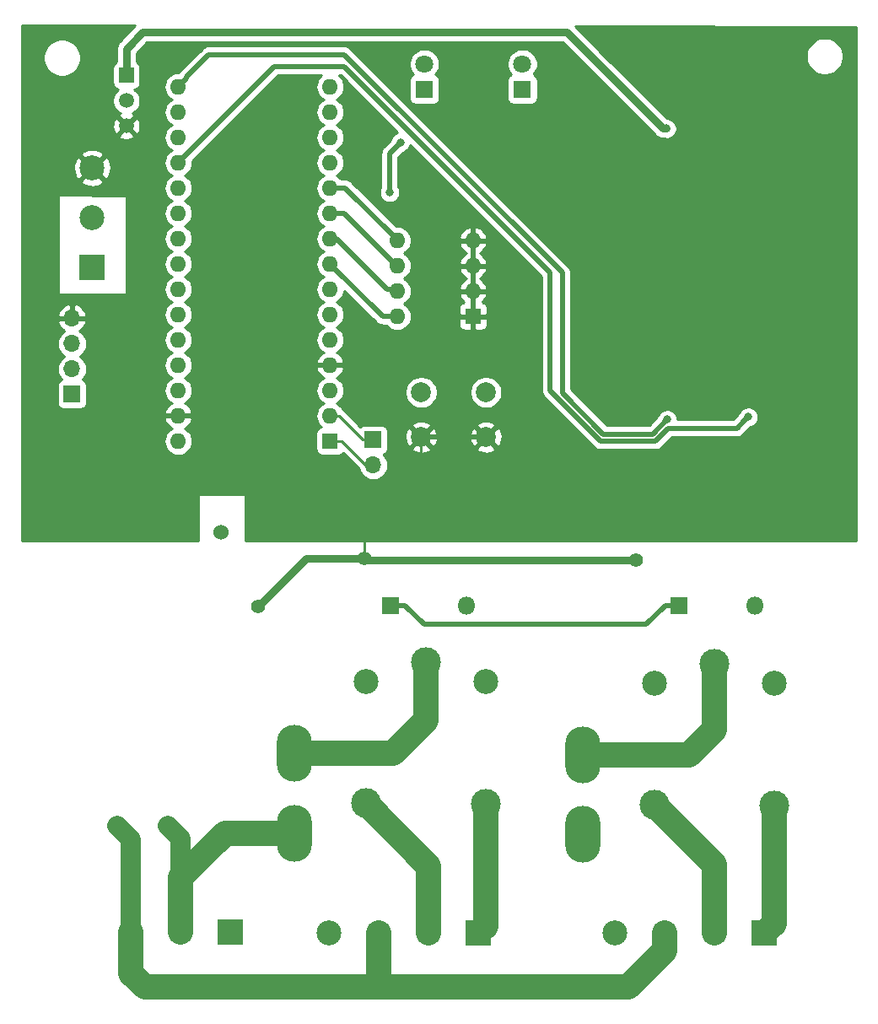
<source format=gbr>
G04 #@! TF.GenerationSoftware,KiCad,Pcbnew,5.1.2-f72e74a~84~ubuntu18.04.1*
G04 #@! TF.CreationDate,2019-06-24T12:10:09-06:00*
G04 #@! TF.ProjectId,LORA_Relay_AC,4c4f5241-5f52-4656-9c61-795f41432e6b,rev?*
G04 #@! TF.SameCoordinates,Original*
G04 #@! TF.FileFunction,Copper,L2,Bot*
G04 #@! TF.FilePolarity,Positive*
%FSLAX46Y46*%
G04 Gerber Fmt 4.6, Leading zero omitted, Abs format (unit mm)*
G04 Created by KiCad (PCBNEW 5.1.2-f72e74a~84~ubuntu18.04.1) date 2019-06-24 12:10:09*
%MOMM*%
%LPD*%
G04 APERTURE LIST*
%ADD10R,1.700000X1.700000*%
%ADD11O,1.700000X1.700000*%
%ADD12C,1.524000*%
%ADD13C,2.500000*%
%ADD14R,2.500000X2.500000*%
%ADD15C,3.000000*%
%ADD16C,1.800000*%
%ADD17R,1.800000X1.800000*%
%ADD18O,1.800000X1.800000*%
%ADD19O,3.556000X5.715000*%
%ADD20C,2.000000*%
%ADD21R,1.600000X1.600000*%
%ADD22O,1.600000X1.600000*%
%ADD23C,1.520000*%
%ADD24R,1.520000X1.520000*%
%ADD25C,0.800000*%
%ADD26C,1.397000*%
%ADD27C,0.508000*%
%ADD28C,0.762000*%
%ADD29C,0.250000*%
%ADD30C,0.254000*%
%ADD31C,2.032000*%
%ADD32C,2.540000*%
G04 APERTURE END LIST*
D10*
X87884000Y-95504000D03*
D11*
X87884000Y-92964000D03*
X87884000Y-90424000D03*
X87884000Y-87884000D03*
D12*
X87122000Y-109347000D03*
X102870000Y-109347000D03*
X92456000Y-138811000D03*
X97536000Y-138811000D03*
D13*
X98806000Y-149479000D03*
D14*
X103806000Y-149479000D03*
D13*
X93806000Y-149479000D03*
X117394000Y-124378000D03*
D15*
X117394000Y-136578000D03*
X129444000Y-136628000D03*
D13*
X129394000Y-124378000D03*
D15*
X123444000Y-122428000D03*
X152400000Y-122555000D03*
D13*
X158350000Y-124505000D03*
D15*
X158400000Y-136755000D03*
X146350000Y-136705000D03*
D13*
X146350000Y-124505000D03*
D16*
X123253500Y-62357000D03*
D17*
X123253500Y-64897000D03*
X133096000Y-64897000D03*
D16*
X133096000Y-62357000D03*
D17*
X119888000Y-116713000D03*
D18*
X127508000Y-116713000D03*
X156464000Y-116713000D03*
D17*
X148844000Y-116713000D03*
D19*
X110236000Y-139573000D03*
X110236000Y-131573000D03*
X139192000Y-131700000D03*
X139192000Y-139700000D03*
D20*
X129436000Y-95313501D03*
X129436000Y-99813501D03*
X122936000Y-95313501D03*
X122936000Y-99813501D03*
D21*
X113792000Y-100203000D03*
D22*
X98552000Y-67183000D03*
X113792000Y-97663000D03*
X98552000Y-69723000D03*
X113792000Y-95123000D03*
X98552000Y-72263000D03*
X113792000Y-92583000D03*
X98552000Y-74803000D03*
X113792000Y-90043000D03*
X98552000Y-77343000D03*
X113792000Y-87503000D03*
X98552000Y-79883000D03*
X113792000Y-84963000D03*
X98552000Y-82423000D03*
X113792000Y-82423000D03*
X98552000Y-84963000D03*
X113792000Y-79883000D03*
X98552000Y-87503000D03*
X113792000Y-77343000D03*
X98552000Y-90043000D03*
X113792000Y-74803000D03*
X98552000Y-92583000D03*
X113792000Y-72263000D03*
X98552000Y-95123000D03*
X113792000Y-69723000D03*
X98552000Y-97663000D03*
X113792000Y-67183000D03*
X98552000Y-100203000D03*
X113792000Y-64643000D03*
X98552000Y-64643000D03*
D13*
X113698000Y-149606000D03*
X118698000Y-149606000D03*
D14*
X128698000Y-149606000D03*
D13*
X123698000Y-149606000D03*
X152400000Y-149606000D03*
D14*
X157400000Y-149606000D03*
D13*
X147400000Y-149606000D03*
X142400000Y-149606000D03*
D23*
X93345000Y-66040000D03*
X93345000Y-68580000D03*
D24*
X93345000Y-63500000D03*
D13*
X89916000Y-77804000D03*
D14*
X89916000Y-82804000D03*
D13*
X89916000Y-72804000D03*
D21*
X128143000Y-87693500D03*
D22*
X120523000Y-80073500D03*
X128143000Y-85153500D03*
X120523000Y-82613500D03*
X128143000Y-82613500D03*
X120523000Y-85153500D03*
X128143000Y-80073500D03*
X120523000Y-87693500D03*
D10*
X118110000Y-100076000D03*
D11*
X118110000Y-102616000D03*
D25*
X147574000Y-68834000D03*
X149606000Y-97663000D03*
X145542000Y-97663000D03*
X155702000Y-70612000D03*
X159004000Y-70612000D03*
X161290000Y-70612000D03*
X159004000Y-76708000D03*
X155702000Y-76708000D03*
X161290000Y-76708000D03*
X163576000Y-76708000D03*
X163576000Y-70612000D03*
X164846000Y-73406000D03*
X126619000Y-68072000D03*
X126619000Y-62230000D03*
D26*
X106553000Y-116776500D03*
X117221000Y-111950500D03*
X144526000Y-112141000D03*
D25*
X155765500Y-97790000D03*
X147637500Y-98044000D03*
X119761000Y-75247500D03*
X120840500Y-70231000D03*
D27*
X145531000Y-118618000D02*
X147436000Y-116713000D01*
X119888000Y-116713000D02*
X121296000Y-116713000D01*
X147436000Y-116713000D02*
X148844000Y-116713000D01*
X123201000Y-118618000D02*
X145531000Y-118618000D01*
X121296000Y-116713000D02*
X123201000Y-118618000D01*
D28*
X93345000Y-60835000D02*
X93345000Y-63500000D01*
X94996000Y-59184000D02*
X93345000Y-60835000D01*
X137543000Y-59184000D02*
X94996000Y-59184000D01*
X147574000Y-68834000D02*
X147193000Y-68834000D01*
X147193000Y-68834000D02*
X137543000Y-59184000D01*
D27*
X128143000Y-80073500D02*
X128143000Y-87693500D01*
D28*
X106553000Y-116776500D02*
X111379000Y-111950500D01*
X111379000Y-111950500D02*
X117221000Y-111950500D01*
X117411500Y-112141000D02*
X117221000Y-111950500D01*
X144526000Y-112141000D02*
X117411500Y-112141000D01*
D29*
X117221000Y-107823000D02*
X121158000Y-103886000D01*
X117221000Y-111950500D02*
X117221000Y-107823000D01*
D27*
X124350213Y-99813501D02*
X129436000Y-99813501D01*
X122936000Y-99813501D02*
X124350213Y-99813501D01*
D30*
X121920000Y-103124000D02*
X121158000Y-103886000D01*
X122936000Y-99813501D02*
X122936000Y-102108000D01*
X122936000Y-102108000D02*
X121920000Y-103124000D01*
D31*
X98806000Y-140081000D02*
X97536000Y-138811000D01*
X98806000Y-149479000D02*
X98806000Y-140081000D01*
D32*
X103251000Y-139573000D02*
X110236000Y-139573000D01*
X98806000Y-149479000D02*
X98806000Y-144018000D01*
X98806000Y-144018000D02*
X103251000Y-139573000D01*
X120141000Y-131573000D02*
X110236000Y-131573000D01*
X123444000Y-122428000D02*
X123444000Y-128270000D01*
X123444000Y-128270000D02*
X120141000Y-131573000D01*
X139192000Y-131700000D02*
X149605000Y-131700000D01*
X152400000Y-129159000D02*
X152400000Y-122555000D01*
X149606000Y-131699000D02*
X149860000Y-131699000D01*
X149860000Y-131699000D02*
X152400000Y-129159000D01*
D31*
X93806000Y-140161000D02*
X92456000Y-138811000D01*
X93806000Y-149479000D02*
X93806000Y-140161000D01*
D32*
X93806000Y-153623000D02*
X93806000Y-149479000D01*
X118698000Y-155003500D02*
X95186500Y-155003500D01*
X95186500Y-155003500D02*
X93806000Y-153623000D01*
X143764000Y-155003500D02*
X118698000Y-155003500D01*
X147400000Y-149606000D02*
X147400000Y-151367500D01*
X147400000Y-151367500D02*
X143764000Y-155003500D01*
X118698000Y-149606000D02*
X118698000Y-155003500D01*
X123698000Y-142882000D02*
X117394000Y-136578000D01*
X123698000Y-149606000D02*
X123698000Y-142882000D01*
X129444000Y-148860000D02*
X128698000Y-149606000D01*
X129444000Y-136628000D02*
X129444000Y-148860000D01*
X158400000Y-148606000D02*
X157400000Y-149606000D01*
X158400000Y-136755000D02*
X158400000Y-148606000D01*
X152400000Y-142755000D02*
X146350000Y-136705000D01*
X152400000Y-149606000D02*
X152400000Y-142755000D01*
D27*
X98171000Y-74803000D02*
X98552000Y-74803000D01*
X135890000Y-83312000D02*
X135890000Y-95171778D01*
X135890000Y-95171778D02*
X140930733Y-100212511D01*
X146470268Y-100212510D02*
X147740268Y-98942510D01*
X147740268Y-98942510D02*
X154612990Y-98942510D01*
X155365501Y-98189999D02*
X155765500Y-97790000D01*
X154612990Y-98942510D02*
X155365501Y-98189999D01*
X115189000Y-62611000D02*
X135890000Y-83312000D01*
X98552000Y-72263000D02*
X108204000Y-62611000D01*
X140930733Y-100212511D02*
X146470268Y-100212510D01*
X108204000Y-62611000D02*
X115189000Y-62611000D01*
X141224000Y-99504500D02*
X146177000Y-99504500D01*
X137096500Y-95377000D02*
X141224000Y-99504500D01*
X98552000Y-64643000D02*
X99351999Y-63843001D01*
X115189000Y-61404500D02*
X137096500Y-83312000D01*
X99351999Y-63843001D02*
X99351999Y-63652501D01*
X146177000Y-99504500D02*
X147637500Y-98044000D01*
X137096500Y-83312000D02*
X137096500Y-95377000D01*
X101600000Y-61404500D02*
X115189000Y-61404500D01*
X99351999Y-63652501D02*
X101600000Y-61404500D01*
X119761000Y-75247500D02*
X119761000Y-71310500D01*
X119761000Y-71310500D02*
X120840500Y-70231000D01*
X120269000Y-79756000D02*
X120269000Y-79883000D01*
X113792000Y-74803000D02*
X115316000Y-74803000D01*
X115316000Y-74803000D02*
X120269000Y-79756000D01*
X115189000Y-77343000D02*
X120269000Y-82423000D01*
X113792000Y-77343000D02*
X115189000Y-77343000D01*
X119507000Y-84963000D02*
X120269000Y-84963000D01*
X113792000Y-79883000D02*
X114427000Y-79883000D01*
X114427000Y-79883000D02*
X119507000Y-84963000D01*
X119062500Y-87693500D02*
X120523000Y-87693500D01*
X113792000Y-82423000D02*
X119062500Y-87693500D01*
D30*
X118110000Y-100076000D02*
X117094000Y-100076000D01*
X114681000Y-97663000D02*
X113792000Y-97663000D01*
X117094000Y-100076000D02*
X114681000Y-97663000D01*
X117348000Y-102616000D02*
X118110000Y-102616000D01*
X113792000Y-100203000D02*
X114935000Y-100203000D01*
X114935000Y-100203000D02*
X117348000Y-102616000D01*
G36*
X94230157Y-58513002D02*
G01*
X92661872Y-60081288D01*
X92623104Y-60113104D01*
X92496140Y-60267810D01*
X92401798Y-60444314D01*
X92380204Y-60515500D01*
X92343702Y-60635830D01*
X92324085Y-60835000D01*
X92329000Y-60884902D01*
X92329000Y-62156816D01*
X92230506Y-62209463D01*
X92133815Y-62288815D01*
X92054463Y-62385506D01*
X91995498Y-62495820D01*
X91959188Y-62615518D01*
X91946928Y-62740000D01*
X91946928Y-64260000D01*
X91959188Y-64384482D01*
X91995498Y-64504180D01*
X92054463Y-64614494D01*
X92133815Y-64711185D01*
X92230506Y-64790537D01*
X92340820Y-64849502D01*
X92460518Y-64885812D01*
X92548467Y-64894474D01*
X92455739Y-64956433D01*
X92261433Y-65150739D01*
X92108767Y-65379220D01*
X92003609Y-65633093D01*
X91950000Y-65902604D01*
X91950000Y-66177396D01*
X92003609Y-66446907D01*
X92108767Y-66700780D01*
X92261433Y-66929261D01*
X92455739Y-67123567D01*
X92684220Y-67276233D01*
X92760501Y-67307830D01*
X92742674Y-67314256D01*
X92627206Y-67375975D01*
X92560469Y-67615863D01*
X93345000Y-68400395D01*
X94129531Y-67615863D01*
X94062794Y-67375975D01*
X93923293Y-67310400D01*
X94005780Y-67276233D01*
X94234261Y-67123567D01*
X94428567Y-66929261D01*
X94581233Y-66700780D01*
X94686391Y-66446907D01*
X94740000Y-66177396D01*
X94740000Y-65902604D01*
X94686391Y-65633093D01*
X94581233Y-65379220D01*
X94428567Y-65150739D01*
X94234261Y-64956433D01*
X94141533Y-64894474D01*
X94229482Y-64885812D01*
X94349180Y-64849502D01*
X94459494Y-64790537D01*
X94556185Y-64711185D01*
X94612142Y-64643000D01*
X97110057Y-64643000D01*
X97137764Y-64924309D01*
X97219818Y-65194808D01*
X97353068Y-65444101D01*
X97532392Y-65662608D01*
X97750899Y-65841932D01*
X97883858Y-65913000D01*
X97750899Y-65984068D01*
X97532392Y-66163392D01*
X97353068Y-66381899D01*
X97219818Y-66631192D01*
X97137764Y-66901691D01*
X97110057Y-67183000D01*
X97137764Y-67464309D01*
X97219818Y-67734808D01*
X97353068Y-67984101D01*
X97532392Y-68202608D01*
X97750899Y-68381932D01*
X97883858Y-68453000D01*
X97750899Y-68524068D01*
X97532392Y-68703392D01*
X97353068Y-68921899D01*
X97219818Y-69171192D01*
X97137764Y-69441691D01*
X97110057Y-69723000D01*
X97137764Y-70004309D01*
X97219818Y-70274808D01*
X97353068Y-70524101D01*
X97532392Y-70742608D01*
X97750899Y-70921932D01*
X97883858Y-70993000D01*
X97750899Y-71064068D01*
X97532392Y-71243392D01*
X97353068Y-71461899D01*
X97219818Y-71711192D01*
X97137764Y-71981691D01*
X97110057Y-72263000D01*
X97137764Y-72544309D01*
X97219818Y-72814808D01*
X97353068Y-73064101D01*
X97532392Y-73282608D01*
X97750899Y-73461932D01*
X97883858Y-73533000D01*
X97750899Y-73604068D01*
X97532392Y-73783392D01*
X97353068Y-74001899D01*
X97219818Y-74251192D01*
X97137764Y-74521691D01*
X97110057Y-74803000D01*
X97137764Y-75084309D01*
X97219818Y-75354808D01*
X97353068Y-75604101D01*
X97532392Y-75822608D01*
X97750899Y-76001932D01*
X97883858Y-76073000D01*
X97750899Y-76144068D01*
X97532392Y-76323392D01*
X97353068Y-76541899D01*
X97219818Y-76791192D01*
X97137764Y-77061691D01*
X97110057Y-77343000D01*
X97137764Y-77624309D01*
X97219818Y-77894808D01*
X97353068Y-78144101D01*
X97532392Y-78362608D01*
X97750899Y-78541932D01*
X97883858Y-78613000D01*
X97750899Y-78684068D01*
X97532392Y-78863392D01*
X97353068Y-79081899D01*
X97219818Y-79331192D01*
X97137764Y-79601691D01*
X97110057Y-79883000D01*
X97137764Y-80164309D01*
X97219818Y-80434808D01*
X97353068Y-80684101D01*
X97532392Y-80902608D01*
X97750899Y-81081932D01*
X97883858Y-81153000D01*
X97750899Y-81224068D01*
X97532392Y-81403392D01*
X97353068Y-81621899D01*
X97219818Y-81871192D01*
X97137764Y-82141691D01*
X97110057Y-82423000D01*
X97137764Y-82704309D01*
X97219818Y-82974808D01*
X97353068Y-83224101D01*
X97532392Y-83442608D01*
X97750899Y-83621932D01*
X97883858Y-83693000D01*
X97750899Y-83764068D01*
X97532392Y-83943392D01*
X97353068Y-84161899D01*
X97219818Y-84411192D01*
X97137764Y-84681691D01*
X97110057Y-84963000D01*
X97137764Y-85244309D01*
X97219818Y-85514808D01*
X97353068Y-85764101D01*
X97532392Y-85982608D01*
X97750899Y-86161932D01*
X97883858Y-86233000D01*
X97750899Y-86304068D01*
X97532392Y-86483392D01*
X97353068Y-86701899D01*
X97219818Y-86951192D01*
X97137764Y-87221691D01*
X97110057Y-87503000D01*
X97137764Y-87784309D01*
X97219818Y-88054808D01*
X97353068Y-88304101D01*
X97532392Y-88522608D01*
X97750899Y-88701932D01*
X97883858Y-88773000D01*
X97750899Y-88844068D01*
X97532392Y-89023392D01*
X97353068Y-89241899D01*
X97219818Y-89491192D01*
X97137764Y-89761691D01*
X97110057Y-90043000D01*
X97137764Y-90324309D01*
X97219818Y-90594808D01*
X97353068Y-90844101D01*
X97532392Y-91062608D01*
X97750899Y-91241932D01*
X97883858Y-91313000D01*
X97750899Y-91384068D01*
X97532392Y-91563392D01*
X97353068Y-91781899D01*
X97219818Y-92031192D01*
X97137764Y-92301691D01*
X97110057Y-92583000D01*
X97137764Y-92864309D01*
X97219818Y-93134808D01*
X97353068Y-93384101D01*
X97532392Y-93602608D01*
X97750899Y-93781932D01*
X97883858Y-93853000D01*
X97750899Y-93924068D01*
X97532392Y-94103392D01*
X97353068Y-94321899D01*
X97219818Y-94571192D01*
X97137764Y-94841691D01*
X97110057Y-95123000D01*
X97137764Y-95404309D01*
X97219818Y-95674808D01*
X97353068Y-95924101D01*
X97532392Y-96142608D01*
X97750899Y-96321932D01*
X97888682Y-96395579D01*
X97696869Y-96510615D01*
X97488481Y-96699586D01*
X97320963Y-96925580D01*
X97200754Y-97179913D01*
X97160096Y-97313961D01*
X97282085Y-97536000D01*
X98425000Y-97536000D01*
X98425000Y-97516000D01*
X98679000Y-97516000D01*
X98679000Y-97536000D01*
X99821915Y-97536000D01*
X99943904Y-97313961D01*
X99903246Y-97179913D01*
X99783037Y-96925580D01*
X99615519Y-96699586D01*
X99407131Y-96510615D01*
X99215318Y-96395579D01*
X99353101Y-96321932D01*
X99571608Y-96142608D01*
X99750932Y-95924101D01*
X99884182Y-95674808D01*
X99966236Y-95404309D01*
X99993943Y-95123000D01*
X112350057Y-95123000D01*
X112377764Y-95404309D01*
X112459818Y-95674808D01*
X112593068Y-95924101D01*
X112772392Y-96142608D01*
X112990899Y-96321932D01*
X113123858Y-96393000D01*
X112990899Y-96464068D01*
X112772392Y-96643392D01*
X112593068Y-96861899D01*
X112459818Y-97111192D01*
X112377764Y-97381691D01*
X112350057Y-97663000D01*
X112377764Y-97944309D01*
X112459818Y-98214808D01*
X112593068Y-98464101D01*
X112772392Y-98682608D01*
X112885482Y-98775419D01*
X112867518Y-98777188D01*
X112747820Y-98813498D01*
X112637506Y-98872463D01*
X112540815Y-98951815D01*
X112461463Y-99048506D01*
X112402498Y-99158820D01*
X112366188Y-99278518D01*
X112353928Y-99403000D01*
X112353928Y-101003000D01*
X112366188Y-101127482D01*
X112402498Y-101247180D01*
X112461463Y-101357494D01*
X112540815Y-101454185D01*
X112637506Y-101533537D01*
X112747820Y-101592502D01*
X112867518Y-101628812D01*
X112992000Y-101641072D01*
X114592000Y-101641072D01*
X114716482Y-101628812D01*
X114836180Y-101592502D01*
X114946494Y-101533537D01*
X115043185Y-101454185D01*
X115072651Y-101418281D01*
X116683502Y-103029133D01*
X116731401Y-103187034D01*
X116869294Y-103445014D01*
X117054866Y-103671134D01*
X117280986Y-103856706D01*
X117538966Y-103994599D01*
X117818889Y-104079513D01*
X118037050Y-104101000D01*
X118182950Y-104101000D01*
X118401111Y-104079513D01*
X118681034Y-103994599D01*
X118939014Y-103856706D01*
X119165134Y-103671134D01*
X119350706Y-103445014D01*
X119488599Y-103187034D01*
X119573513Y-102907111D01*
X119602185Y-102616000D01*
X119573513Y-102324889D01*
X119488599Y-102044966D01*
X119350706Y-101786986D01*
X119165134Y-101560866D01*
X119135313Y-101536393D01*
X119204180Y-101515502D01*
X119314494Y-101456537D01*
X119411185Y-101377185D01*
X119490537Y-101280494D01*
X119549502Y-101170180D01*
X119585812Y-101050482D01*
X119595815Y-100948914D01*
X121980192Y-100948914D01*
X122075956Y-101213315D01*
X122365571Y-101354205D01*
X122677108Y-101435885D01*
X122998595Y-101455219D01*
X123317675Y-101411462D01*
X123622088Y-101306296D01*
X123796044Y-101213315D01*
X123891808Y-100948914D01*
X128480192Y-100948914D01*
X128575956Y-101213315D01*
X128865571Y-101354205D01*
X129177108Y-101435885D01*
X129498595Y-101455219D01*
X129817675Y-101411462D01*
X130122088Y-101306296D01*
X130296044Y-101213315D01*
X130391808Y-100948914D01*
X129436000Y-99993106D01*
X128480192Y-100948914D01*
X123891808Y-100948914D01*
X122936000Y-99993106D01*
X121980192Y-100948914D01*
X119595815Y-100948914D01*
X119598072Y-100926000D01*
X119598072Y-99876096D01*
X121294282Y-99876096D01*
X121338039Y-100195176D01*
X121443205Y-100499589D01*
X121536186Y-100673545D01*
X121800587Y-100769309D01*
X122756395Y-99813501D01*
X123115605Y-99813501D01*
X124071413Y-100769309D01*
X124335814Y-100673545D01*
X124476704Y-100383930D01*
X124558384Y-100072393D01*
X124570189Y-99876096D01*
X127794282Y-99876096D01*
X127838039Y-100195176D01*
X127943205Y-100499589D01*
X128036186Y-100673545D01*
X128300587Y-100769309D01*
X129256395Y-99813501D01*
X129615605Y-99813501D01*
X130571413Y-100769309D01*
X130835814Y-100673545D01*
X130976704Y-100383930D01*
X131058384Y-100072393D01*
X131077718Y-99750906D01*
X131033961Y-99431826D01*
X130928795Y-99127413D01*
X130835814Y-98953457D01*
X130571413Y-98857693D01*
X129615605Y-99813501D01*
X129256395Y-99813501D01*
X128300587Y-98857693D01*
X128036186Y-98953457D01*
X127895296Y-99243072D01*
X127813616Y-99554609D01*
X127794282Y-99876096D01*
X124570189Y-99876096D01*
X124577718Y-99750906D01*
X124533961Y-99431826D01*
X124428795Y-99127413D01*
X124335814Y-98953457D01*
X124071413Y-98857693D01*
X123115605Y-99813501D01*
X122756395Y-99813501D01*
X121800587Y-98857693D01*
X121536186Y-98953457D01*
X121395296Y-99243072D01*
X121313616Y-99554609D01*
X121294282Y-99876096D01*
X119598072Y-99876096D01*
X119598072Y-99226000D01*
X119585812Y-99101518D01*
X119549502Y-98981820D01*
X119490537Y-98871506D01*
X119411185Y-98774815D01*
X119314494Y-98695463D01*
X119281989Y-98678088D01*
X121980192Y-98678088D01*
X122936000Y-99633896D01*
X123891808Y-98678088D01*
X128480192Y-98678088D01*
X129436000Y-99633896D01*
X130391808Y-98678088D01*
X130296044Y-98413687D01*
X130006429Y-98272797D01*
X129694892Y-98191117D01*
X129373405Y-98171783D01*
X129054325Y-98215540D01*
X128749912Y-98320706D01*
X128575956Y-98413687D01*
X128480192Y-98678088D01*
X123891808Y-98678088D01*
X123796044Y-98413687D01*
X123506429Y-98272797D01*
X123194892Y-98191117D01*
X122873405Y-98171783D01*
X122554325Y-98215540D01*
X122249912Y-98320706D01*
X122075956Y-98413687D01*
X121980192Y-98678088D01*
X119281989Y-98678088D01*
X119204180Y-98636498D01*
X119084482Y-98600188D01*
X118960000Y-98587928D01*
X117260000Y-98587928D01*
X117135518Y-98600188D01*
X117015820Y-98636498D01*
X116905506Y-98695463D01*
X116842665Y-98747035D01*
X115246284Y-97150654D01*
X115222422Y-97121578D01*
X115106392Y-97026355D01*
X115067814Y-97005734D01*
X114990932Y-96861899D01*
X114811608Y-96643392D01*
X114593101Y-96464068D01*
X114460142Y-96393000D01*
X114593101Y-96321932D01*
X114811608Y-96142608D01*
X114990932Y-95924101D01*
X115124182Y-95674808D01*
X115206236Y-95404309D01*
X115231040Y-95152468D01*
X121301000Y-95152468D01*
X121301000Y-95474534D01*
X121363832Y-95790413D01*
X121487082Y-96087964D01*
X121666013Y-96355753D01*
X121893748Y-96583488D01*
X122161537Y-96762419D01*
X122459088Y-96885669D01*
X122774967Y-96948501D01*
X123097033Y-96948501D01*
X123412912Y-96885669D01*
X123710463Y-96762419D01*
X123978252Y-96583488D01*
X124205987Y-96355753D01*
X124384918Y-96087964D01*
X124508168Y-95790413D01*
X124571000Y-95474534D01*
X124571000Y-95152468D01*
X127801000Y-95152468D01*
X127801000Y-95474534D01*
X127863832Y-95790413D01*
X127987082Y-96087964D01*
X128166013Y-96355753D01*
X128393748Y-96583488D01*
X128661537Y-96762419D01*
X128959088Y-96885669D01*
X129274967Y-96948501D01*
X129597033Y-96948501D01*
X129912912Y-96885669D01*
X130210463Y-96762419D01*
X130478252Y-96583488D01*
X130705987Y-96355753D01*
X130884918Y-96087964D01*
X131008168Y-95790413D01*
X131071000Y-95474534D01*
X131071000Y-95152468D01*
X131008168Y-94836589D01*
X130884918Y-94539038D01*
X130705987Y-94271249D01*
X130478252Y-94043514D01*
X130210463Y-93864583D01*
X129912912Y-93741333D01*
X129597033Y-93678501D01*
X129274967Y-93678501D01*
X128959088Y-93741333D01*
X128661537Y-93864583D01*
X128393748Y-94043514D01*
X128166013Y-94271249D01*
X127987082Y-94539038D01*
X127863832Y-94836589D01*
X127801000Y-95152468D01*
X124571000Y-95152468D01*
X124508168Y-94836589D01*
X124384918Y-94539038D01*
X124205987Y-94271249D01*
X123978252Y-94043514D01*
X123710463Y-93864583D01*
X123412912Y-93741333D01*
X123097033Y-93678501D01*
X122774967Y-93678501D01*
X122459088Y-93741333D01*
X122161537Y-93864583D01*
X121893748Y-94043514D01*
X121666013Y-94271249D01*
X121487082Y-94539038D01*
X121363832Y-94836589D01*
X121301000Y-95152468D01*
X115231040Y-95152468D01*
X115233943Y-95123000D01*
X115206236Y-94841691D01*
X115124182Y-94571192D01*
X114990932Y-94321899D01*
X114811608Y-94103392D01*
X114593101Y-93924068D01*
X114455318Y-93850421D01*
X114647131Y-93735385D01*
X114855519Y-93546414D01*
X115023037Y-93320420D01*
X115143246Y-93066087D01*
X115183904Y-92932039D01*
X115061915Y-92710000D01*
X113919000Y-92710000D01*
X113919000Y-92730000D01*
X113665000Y-92730000D01*
X113665000Y-92710000D01*
X112522085Y-92710000D01*
X112400096Y-92932039D01*
X112440754Y-93066087D01*
X112560963Y-93320420D01*
X112728481Y-93546414D01*
X112936869Y-93735385D01*
X113128682Y-93850421D01*
X112990899Y-93924068D01*
X112772392Y-94103392D01*
X112593068Y-94321899D01*
X112459818Y-94571192D01*
X112377764Y-94841691D01*
X112350057Y-95123000D01*
X99993943Y-95123000D01*
X99966236Y-94841691D01*
X99884182Y-94571192D01*
X99750932Y-94321899D01*
X99571608Y-94103392D01*
X99353101Y-93924068D01*
X99220142Y-93853000D01*
X99353101Y-93781932D01*
X99571608Y-93602608D01*
X99750932Y-93384101D01*
X99884182Y-93134808D01*
X99966236Y-92864309D01*
X99993943Y-92583000D01*
X99966236Y-92301691D01*
X99884182Y-92031192D01*
X99750932Y-91781899D01*
X99571608Y-91563392D01*
X99353101Y-91384068D01*
X99220142Y-91313000D01*
X99353101Y-91241932D01*
X99571608Y-91062608D01*
X99750932Y-90844101D01*
X99884182Y-90594808D01*
X99966236Y-90324309D01*
X99993943Y-90043000D01*
X99966236Y-89761691D01*
X99884182Y-89491192D01*
X99750932Y-89241899D01*
X99571608Y-89023392D01*
X99353101Y-88844068D01*
X99220142Y-88773000D01*
X99353101Y-88701932D01*
X99571608Y-88522608D01*
X99750932Y-88304101D01*
X99884182Y-88054808D01*
X99966236Y-87784309D01*
X99993943Y-87503000D01*
X99966236Y-87221691D01*
X99884182Y-86951192D01*
X99750932Y-86701899D01*
X99571608Y-86483392D01*
X99353101Y-86304068D01*
X99220142Y-86233000D01*
X99353101Y-86161932D01*
X99571608Y-85982608D01*
X99750932Y-85764101D01*
X99884182Y-85514808D01*
X99966236Y-85244309D01*
X99993943Y-84963000D01*
X99966236Y-84681691D01*
X99884182Y-84411192D01*
X99750932Y-84161899D01*
X99571608Y-83943392D01*
X99353101Y-83764068D01*
X99220142Y-83693000D01*
X99353101Y-83621932D01*
X99571608Y-83442608D01*
X99750932Y-83224101D01*
X99884182Y-82974808D01*
X99966236Y-82704309D01*
X99993943Y-82423000D01*
X99966236Y-82141691D01*
X99884182Y-81871192D01*
X99750932Y-81621899D01*
X99571608Y-81403392D01*
X99353101Y-81224068D01*
X99220142Y-81153000D01*
X99353101Y-81081932D01*
X99571608Y-80902608D01*
X99750932Y-80684101D01*
X99884182Y-80434808D01*
X99966236Y-80164309D01*
X99993943Y-79883000D01*
X99966236Y-79601691D01*
X99884182Y-79331192D01*
X99750932Y-79081899D01*
X99571608Y-78863392D01*
X99353101Y-78684068D01*
X99220142Y-78613000D01*
X99353101Y-78541932D01*
X99571608Y-78362608D01*
X99750932Y-78144101D01*
X99884182Y-77894808D01*
X99966236Y-77624309D01*
X99993943Y-77343000D01*
X99966236Y-77061691D01*
X99884182Y-76791192D01*
X99750932Y-76541899D01*
X99571608Y-76323392D01*
X99353101Y-76144068D01*
X99220142Y-76073000D01*
X99353101Y-76001932D01*
X99571608Y-75822608D01*
X99750932Y-75604101D01*
X99884182Y-75354808D01*
X99966236Y-75084309D01*
X99993943Y-74803000D01*
X99966236Y-74521691D01*
X99884182Y-74251192D01*
X99750932Y-74001899D01*
X99571608Y-73783392D01*
X99353101Y-73604068D01*
X99220142Y-73533000D01*
X99353101Y-73461932D01*
X99571608Y-73282608D01*
X99750932Y-73064101D01*
X99884182Y-72814808D01*
X99966236Y-72544309D01*
X99993943Y-72263000D01*
X99977382Y-72094853D01*
X108572235Y-63500000D01*
X112922746Y-63500000D01*
X112772392Y-63623392D01*
X112593068Y-63841899D01*
X112459818Y-64091192D01*
X112377764Y-64361691D01*
X112350057Y-64643000D01*
X112377764Y-64924309D01*
X112459818Y-65194808D01*
X112593068Y-65444101D01*
X112772392Y-65662608D01*
X112990899Y-65841932D01*
X113123858Y-65913000D01*
X112990899Y-65984068D01*
X112772392Y-66163392D01*
X112593068Y-66381899D01*
X112459818Y-66631192D01*
X112377764Y-66901691D01*
X112350057Y-67183000D01*
X112377764Y-67464309D01*
X112459818Y-67734808D01*
X112593068Y-67984101D01*
X112772392Y-68202608D01*
X112990899Y-68381932D01*
X113123858Y-68453000D01*
X112990899Y-68524068D01*
X112772392Y-68703392D01*
X112593068Y-68921899D01*
X112459818Y-69171192D01*
X112377764Y-69441691D01*
X112350057Y-69723000D01*
X112377764Y-70004309D01*
X112459818Y-70274808D01*
X112593068Y-70524101D01*
X112772392Y-70742608D01*
X112990899Y-70921932D01*
X113123858Y-70993000D01*
X112990899Y-71064068D01*
X112772392Y-71243392D01*
X112593068Y-71461899D01*
X112459818Y-71711192D01*
X112377764Y-71981691D01*
X112350057Y-72263000D01*
X112377764Y-72544309D01*
X112459818Y-72814808D01*
X112593068Y-73064101D01*
X112772392Y-73282608D01*
X112990899Y-73461932D01*
X113123858Y-73533000D01*
X112990899Y-73604068D01*
X112772392Y-73783392D01*
X112593068Y-74001899D01*
X112459818Y-74251192D01*
X112377764Y-74521691D01*
X112350057Y-74803000D01*
X112377764Y-75084309D01*
X112459818Y-75354808D01*
X112593068Y-75604101D01*
X112772392Y-75822608D01*
X112990899Y-76001932D01*
X113123858Y-76073000D01*
X112990899Y-76144068D01*
X112772392Y-76323392D01*
X112593068Y-76541899D01*
X112459818Y-76791192D01*
X112377764Y-77061691D01*
X112350057Y-77343000D01*
X112377764Y-77624309D01*
X112459818Y-77894808D01*
X112593068Y-78144101D01*
X112772392Y-78362608D01*
X112990899Y-78541932D01*
X113123858Y-78613000D01*
X112990899Y-78684068D01*
X112772392Y-78863392D01*
X112593068Y-79081899D01*
X112459818Y-79331192D01*
X112377764Y-79601691D01*
X112350057Y-79883000D01*
X112377764Y-80164309D01*
X112459818Y-80434808D01*
X112593068Y-80684101D01*
X112772392Y-80902608D01*
X112990899Y-81081932D01*
X113123858Y-81153000D01*
X112990899Y-81224068D01*
X112772392Y-81403392D01*
X112593068Y-81621899D01*
X112459818Y-81871192D01*
X112377764Y-82141691D01*
X112350057Y-82423000D01*
X112377764Y-82704309D01*
X112459818Y-82974808D01*
X112593068Y-83224101D01*
X112772392Y-83442608D01*
X112990899Y-83621932D01*
X113123858Y-83693000D01*
X112990899Y-83764068D01*
X112772392Y-83943392D01*
X112593068Y-84161899D01*
X112459818Y-84411192D01*
X112377764Y-84681691D01*
X112350057Y-84963000D01*
X112377764Y-85244309D01*
X112459818Y-85514808D01*
X112593068Y-85764101D01*
X112772392Y-85982608D01*
X112990899Y-86161932D01*
X113123858Y-86233000D01*
X112990899Y-86304068D01*
X112772392Y-86483392D01*
X112593068Y-86701899D01*
X112459818Y-86951192D01*
X112377764Y-87221691D01*
X112350057Y-87503000D01*
X112377764Y-87784309D01*
X112459818Y-88054808D01*
X112593068Y-88304101D01*
X112772392Y-88522608D01*
X112990899Y-88701932D01*
X113123858Y-88773000D01*
X112990899Y-88844068D01*
X112772392Y-89023392D01*
X112593068Y-89241899D01*
X112459818Y-89491192D01*
X112377764Y-89761691D01*
X112350057Y-90043000D01*
X112377764Y-90324309D01*
X112459818Y-90594808D01*
X112593068Y-90844101D01*
X112772392Y-91062608D01*
X112990899Y-91241932D01*
X113128682Y-91315579D01*
X112936869Y-91430615D01*
X112728481Y-91619586D01*
X112560963Y-91845580D01*
X112440754Y-92099913D01*
X112400096Y-92233961D01*
X112522085Y-92456000D01*
X113665000Y-92456000D01*
X113665000Y-92436000D01*
X113919000Y-92436000D01*
X113919000Y-92456000D01*
X115061915Y-92456000D01*
X115183904Y-92233961D01*
X115143246Y-92099913D01*
X115023037Y-91845580D01*
X114855519Y-91619586D01*
X114647131Y-91430615D01*
X114455318Y-91315579D01*
X114593101Y-91241932D01*
X114811608Y-91062608D01*
X114990932Y-90844101D01*
X115124182Y-90594808D01*
X115206236Y-90324309D01*
X115233943Y-90043000D01*
X115206236Y-89761691D01*
X115124182Y-89491192D01*
X114990932Y-89241899D01*
X114811608Y-89023392D01*
X114593101Y-88844068D01*
X114460142Y-88773000D01*
X114593101Y-88701932D01*
X114811608Y-88522608D01*
X114990932Y-88304101D01*
X115124182Y-88054808D01*
X115206236Y-87784309D01*
X115233943Y-87503000D01*
X115206236Y-87221691D01*
X115124182Y-86951192D01*
X114990932Y-86701899D01*
X114811608Y-86483392D01*
X114593101Y-86304068D01*
X114460142Y-86233000D01*
X114593101Y-86161932D01*
X114811608Y-85982608D01*
X114990932Y-85764101D01*
X115124182Y-85514808D01*
X115206236Y-85244309D01*
X115219671Y-85107906D01*
X118403006Y-88291242D01*
X118430841Y-88325159D01*
X118566209Y-88436253D01*
X118720649Y-88518803D01*
X118837392Y-88554216D01*
X118888225Y-88569636D01*
X119062500Y-88586801D01*
X119106168Y-88582500D01*
X119396205Y-88582500D01*
X119503392Y-88713108D01*
X119721899Y-88892432D01*
X119971192Y-89025682D01*
X120241691Y-89107736D01*
X120452508Y-89128500D01*
X120593492Y-89128500D01*
X120804309Y-89107736D01*
X121074808Y-89025682D01*
X121324101Y-88892432D01*
X121542608Y-88713108D01*
X121721932Y-88494601D01*
X121722520Y-88493500D01*
X126704928Y-88493500D01*
X126717188Y-88617982D01*
X126753498Y-88737680D01*
X126812463Y-88847994D01*
X126891815Y-88944685D01*
X126988506Y-89024037D01*
X127098820Y-89083002D01*
X127218518Y-89119312D01*
X127343000Y-89131572D01*
X127857250Y-89128500D01*
X128016000Y-88969750D01*
X128016000Y-87820500D01*
X128270000Y-87820500D01*
X128270000Y-88969750D01*
X128428750Y-89128500D01*
X128943000Y-89131572D01*
X129067482Y-89119312D01*
X129187180Y-89083002D01*
X129297494Y-89024037D01*
X129394185Y-88944685D01*
X129473537Y-88847994D01*
X129532502Y-88737680D01*
X129568812Y-88617982D01*
X129581072Y-88493500D01*
X129578000Y-87979250D01*
X129419250Y-87820500D01*
X128270000Y-87820500D01*
X128016000Y-87820500D01*
X126866750Y-87820500D01*
X126708000Y-87979250D01*
X126704928Y-88493500D01*
X121722520Y-88493500D01*
X121855182Y-88245308D01*
X121937236Y-87974809D01*
X121964943Y-87693500D01*
X121937236Y-87412191D01*
X121855182Y-87141692D01*
X121722521Y-86893500D01*
X126704928Y-86893500D01*
X126708000Y-87407750D01*
X126866750Y-87566500D01*
X128016000Y-87566500D01*
X128016000Y-85280500D01*
X128270000Y-85280500D01*
X128270000Y-87566500D01*
X129419250Y-87566500D01*
X129578000Y-87407750D01*
X129581072Y-86893500D01*
X129568812Y-86769018D01*
X129532502Y-86649320D01*
X129473537Y-86539006D01*
X129394185Y-86442315D01*
X129297494Y-86362963D01*
X129187180Y-86303998D01*
X129067482Y-86267688D01*
X129042920Y-86265269D01*
X129206519Y-86116914D01*
X129374037Y-85890920D01*
X129494246Y-85636587D01*
X129534904Y-85502539D01*
X129412915Y-85280500D01*
X128270000Y-85280500D01*
X128016000Y-85280500D01*
X126873085Y-85280500D01*
X126751096Y-85502539D01*
X126791754Y-85636587D01*
X126911963Y-85890920D01*
X127079481Y-86116914D01*
X127243080Y-86265269D01*
X127218518Y-86267688D01*
X127098820Y-86303998D01*
X126988506Y-86362963D01*
X126891815Y-86442315D01*
X126812463Y-86539006D01*
X126753498Y-86649320D01*
X126717188Y-86769018D01*
X126704928Y-86893500D01*
X121722521Y-86893500D01*
X121721932Y-86892399D01*
X121542608Y-86673892D01*
X121324101Y-86494568D01*
X121191142Y-86423500D01*
X121324101Y-86352432D01*
X121542608Y-86173108D01*
X121721932Y-85954601D01*
X121855182Y-85705308D01*
X121937236Y-85434809D01*
X121964943Y-85153500D01*
X121937236Y-84872191D01*
X121855182Y-84601692D01*
X121721932Y-84352399D01*
X121542608Y-84133892D01*
X121324101Y-83954568D01*
X121191142Y-83883500D01*
X121324101Y-83812432D01*
X121542608Y-83633108D01*
X121721932Y-83414601D01*
X121855182Y-83165308D01*
X121916690Y-82962539D01*
X126751096Y-82962539D01*
X126791754Y-83096587D01*
X126911963Y-83350920D01*
X127079481Y-83576914D01*
X127287869Y-83765885D01*
X127483982Y-83883500D01*
X127287869Y-84001115D01*
X127079481Y-84190086D01*
X126911963Y-84416080D01*
X126791754Y-84670413D01*
X126751096Y-84804461D01*
X126873085Y-85026500D01*
X128016000Y-85026500D01*
X128016000Y-82740500D01*
X128270000Y-82740500D01*
X128270000Y-85026500D01*
X129412915Y-85026500D01*
X129534904Y-84804461D01*
X129494246Y-84670413D01*
X129374037Y-84416080D01*
X129206519Y-84190086D01*
X128998131Y-84001115D01*
X128802018Y-83883500D01*
X128998131Y-83765885D01*
X129206519Y-83576914D01*
X129374037Y-83350920D01*
X129494246Y-83096587D01*
X129534904Y-82962539D01*
X129412915Y-82740500D01*
X128270000Y-82740500D01*
X128016000Y-82740500D01*
X126873085Y-82740500D01*
X126751096Y-82962539D01*
X121916690Y-82962539D01*
X121937236Y-82894809D01*
X121964943Y-82613500D01*
X121937236Y-82332191D01*
X121855182Y-82061692D01*
X121721932Y-81812399D01*
X121542608Y-81593892D01*
X121324101Y-81414568D01*
X121191142Y-81343500D01*
X121324101Y-81272432D01*
X121542608Y-81093108D01*
X121721932Y-80874601D01*
X121855182Y-80625308D01*
X121916690Y-80422539D01*
X126751096Y-80422539D01*
X126791754Y-80556587D01*
X126911963Y-80810920D01*
X127079481Y-81036914D01*
X127287869Y-81225885D01*
X127483982Y-81343500D01*
X127287869Y-81461115D01*
X127079481Y-81650086D01*
X126911963Y-81876080D01*
X126791754Y-82130413D01*
X126751096Y-82264461D01*
X126873085Y-82486500D01*
X128016000Y-82486500D01*
X128016000Y-80200500D01*
X128270000Y-80200500D01*
X128270000Y-82486500D01*
X129412915Y-82486500D01*
X129534904Y-82264461D01*
X129494246Y-82130413D01*
X129374037Y-81876080D01*
X129206519Y-81650086D01*
X128998131Y-81461115D01*
X128802018Y-81343500D01*
X128998131Y-81225885D01*
X129206519Y-81036914D01*
X129374037Y-80810920D01*
X129494246Y-80556587D01*
X129534904Y-80422539D01*
X129412915Y-80200500D01*
X128270000Y-80200500D01*
X128016000Y-80200500D01*
X126873085Y-80200500D01*
X126751096Y-80422539D01*
X121916690Y-80422539D01*
X121937236Y-80354809D01*
X121964943Y-80073500D01*
X121937236Y-79792191D01*
X121916691Y-79724461D01*
X126751096Y-79724461D01*
X126873085Y-79946500D01*
X128016000Y-79946500D01*
X128016000Y-78802876D01*
X128270000Y-78802876D01*
X128270000Y-79946500D01*
X129412915Y-79946500D01*
X129534904Y-79724461D01*
X129494246Y-79590413D01*
X129374037Y-79336080D01*
X129206519Y-79110086D01*
X128998131Y-78921115D01*
X128756881Y-78776430D01*
X128492040Y-78681591D01*
X128270000Y-78802876D01*
X128016000Y-78802876D01*
X127793960Y-78681591D01*
X127529119Y-78776430D01*
X127287869Y-78921115D01*
X127079481Y-79110086D01*
X126911963Y-79336080D01*
X126791754Y-79590413D01*
X126751096Y-79724461D01*
X121916691Y-79724461D01*
X121855182Y-79521692D01*
X121721932Y-79272399D01*
X121542608Y-79053892D01*
X121324101Y-78874568D01*
X121074808Y-78741318D01*
X120804309Y-78659264D01*
X120593492Y-78638500D01*
X120452508Y-78638500D01*
X120412661Y-78642425D01*
X115975499Y-74205264D01*
X115947659Y-74171341D01*
X115812291Y-74060247D01*
X115657851Y-73977697D01*
X115490274Y-73926864D01*
X115359667Y-73914000D01*
X115359660Y-73914000D01*
X115316000Y-73909700D01*
X115272340Y-73914000D01*
X114918795Y-73914000D01*
X114811608Y-73783392D01*
X114593101Y-73604068D01*
X114460142Y-73533000D01*
X114593101Y-73461932D01*
X114811608Y-73282608D01*
X114990932Y-73064101D01*
X115124182Y-72814808D01*
X115206236Y-72544309D01*
X115233943Y-72263000D01*
X115206236Y-71981691D01*
X115124182Y-71711192D01*
X114990932Y-71461899D01*
X114811608Y-71243392D01*
X114593101Y-71064068D01*
X114460142Y-70993000D01*
X114593101Y-70921932D01*
X114811608Y-70742608D01*
X114990932Y-70524101D01*
X115124182Y-70274808D01*
X115206236Y-70004309D01*
X115233943Y-69723000D01*
X115206236Y-69441691D01*
X115124182Y-69171192D01*
X114990932Y-68921899D01*
X114811608Y-68703392D01*
X114593101Y-68524068D01*
X114460142Y-68453000D01*
X114593101Y-68381932D01*
X114811608Y-68202608D01*
X114990932Y-67984101D01*
X115124182Y-67734808D01*
X115206236Y-67464309D01*
X115233943Y-67183000D01*
X115206236Y-66901691D01*
X115124182Y-66631192D01*
X114990932Y-66381899D01*
X114811608Y-66163392D01*
X114593101Y-65984068D01*
X114460142Y-65913000D01*
X114593101Y-65841932D01*
X114811608Y-65662608D01*
X114990932Y-65444101D01*
X115124182Y-65194808D01*
X115206236Y-64924309D01*
X115233943Y-64643000D01*
X115206236Y-64361691D01*
X115124182Y-64091192D01*
X114990932Y-63841899D01*
X114811608Y-63623392D01*
X114661254Y-63500000D01*
X114820765Y-63500000D01*
X120553563Y-69232798D01*
X120538602Y-69235774D01*
X120350244Y-69313795D01*
X120180726Y-69427063D01*
X120036563Y-69571226D01*
X119923295Y-69740744D01*
X119845274Y-69929102D01*
X119835370Y-69978895D01*
X119163259Y-70651006D01*
X119129342Y-70678841D01*
X119101507Y-70712758D01*
X119101505Y-70712760D01*
X119018248Y-70814209D01*
X118935698Y-70968648D01*
X118884864Y-71136226D01*
X118867700Y-71310500D01*
X118872001Y-71354170D01*
X118872000Y-74715032D01*
X118843795Y-74757244D01*
X118765774Y-74945602D01*
X118726000Y-75145561D01*
X118726000Y-75349439D01*
X118765774Y-75549398D01*
X118843795Y-75737756D01*
X118957063Y-75907274D01*
X119101226Y-76051437D01*
X119270744Y-76164705D01*
X119459102Y-76242726D01*
X119659061Y-76282500D01*
X119862939Y-76282500D01*
X120062898Y-76242726D01*
X120251256Y-76164705D01*
X120420774Y-76051437D01*
X120564937Y-75907274D01*
X120678205Y-75737756D01*
X120756226Y-75549398D01*
X120796000Y-75349439D01*
X120796000Y-75145561D01*
X120756226Y-74945602D01*
X120678205Y-74757244D01*
X120650000Y-74715032D01*
X120650000Y-71678735D01*
X121092605Y-71236130D01*
X121142398Y-71226226D01*
X121330756Y-71148205D01*
X121500274Y-71034937D01*
X121644437Y-70890774D01*
X121757705Y-70721256D01*
X121835726Y-70532898D01*
X121838702Y-70517937D01*
X135001000Y-83680236D01*
X135001001Y-95128108D01*
X134996700Y-95171778D01*
X135013864Y-95346052D01*
X135064698Y-95513630D01*
X135147248Y-95668069D01*
X135258342Y-95803437D01*
X135292259Y-95831272D01*
X140271244Y-100810258D01*
X140299075Y-100844170D01*
X140332987Y-100872001D01*
X140332992Y-100872006D01*
X140434441Y-100955263D01*
X140588880Y-101037813D01*
X140756458Y-101088647D01*
X140789658Y-101091917D01*
X140887067Y-101101511D01*
X140887073Y-101101511D01*
X140930733Y-101105811D01*
X140974393Y-101101511D01*
X146426598Y-101101509D01*
X146470268Y-101105810D01*
X146644542Y-101088646D01*
X146812120Y-101037812D01*
X146966559Y-100955262D01*
X147068008Y-100872005D01*
X147068010Y-100872003D01*
X147101927Y-100844168D01*
X147129762Y-100810251D01*
X148108504Y-99831510D01*
X154569330Y-99831510D01*
X154612990Y-99835810D01*
X154656650Y-99831510D01*
X154656657Y-99831510D01*
X154787264Y-99818646D01*
X154954841Y-99767813D01*
X155109281Y-99685263D01*
X155244649Y-99574169D01*
X155272489Y-99540246D01*
X156017605Y-98795130D01*
X156067398Y-98785226D01*
X156255756Y-98707205D01*
X156425274Y-98593937D01*
X156569437Y-98449774D01*
X156682705Y-98280256D01*
X156760726Y-98091898D01*
X156800500Y-97891939D01*
X156800500Y-97688061D01*
X156760726Y-97488102D01*
X156682705Y-97299744D01*
X156569437Y-97130226D01*
X156425274Y-96986063D01*
X156255756Y-96872795D01*
X156067398Y-96794774D01*
X155867439Y-96755000D01*
X155663561Y-96755000D01*
X155463602Y-96794774D01*
X155275244Y-96872795D01*
X155105726Y-96986063D01*
X154961563Y-97130226D01*
X154848295Y-97299744D01*
X154770274Y-97488102D01*
X154760370Y-97537895D01*
X154244755Y-98053510D01*
X148672500Y-98053510D01*
X148672500Y-97942061D01*
X148632726Y-97742102D01*
X148554705Y-97553744D01*
X148441437Y-97384226D01*
X148297274Y-97240063D01*
X148127756Y-97126795D01*
X147939398Y-97048774D01*
X147739439Y-97009000D01*
X147535561Y-97009000D01*
X147335602Y-97048774D01*
X147147244Y-97126795D01*
X146977726Y-97240063D01*
X146833563Y-97384226D01*
X146720295Y-97553744D01*
X146642274Y-97742102D01*
X146632370Y-97791895D01*
X145808765Y-98615500D01*
X141592236Y-98615500D01*
X137985500Y-95008765D01*
X137985500Y-83355660D01*
X137989800Y-83312000D01*
X137985500Y-83268340D01*
X137985500Y-83268333D01*
X137972636Y-83137726D01*
X137921803Y-82970149D01*
X137839253Y-82815709D01*
X137728159Y-82680341D01*
X137694243Y-82652507D01*
X119038736Y-63997000D01*
X121715428Y-63997000D01*
X121715428Y-65797000D01*
X121727688Y-65921482D01*
X121763998Y-66041180D01*
X121822963Y-66151494D01*
X121902315Y-66248185D01*
X121999006Y-66327537D01*
X122109320Y-66386502D01*
X122229018Y-66422812D01*
X122353500Y-66435072D01*
X124153500Y-66435072D01*
X124277982Y-66422812D01*
X124397680Y-66386502D01*
X124507994Y-66327537D01*
X124604685Y-66248185D01*
X124684037Y-66151494D01*
X124743002Y-66041180D01*
X124779312Y-65921482D01*
X124791572Y-65797000D01*
X124791572Y-63997000D01*
X131557928Y-63997000D01*
X131557928Y-65797000D01*
X131570188Y-65921482D01*
X131606498Y-66041180D01*
X131665463Y-66151494D01*
X131744815Y-66248185D01*
X131841506Y-66327537D01*
X131951820Y-66386502D01*
X132071518Y-66422812D01*
X132196000Y-66435072D01*
X133996000Y-66435072D01*
X134120482Y-66422812D01*
X134240180Y-66386502D01*
X134350494Y-66327537D01*
X134447185Y-66248185D01*
X134526537Y-66151494D01*
X134585502Y-66041180D01*
X134621812Y-65921482D01*
X134634072Y-65797000D01*
X134634072Y-63997000D01*
X134621812Y-63872518D01*
X134585502Y-63752820D01*
X134526537Y-63642506D01*
X134447185Y-63545815D01*
X134350494Y-63466463D01*
X134240180Y-63407498D01*
X134221873Y-63401944D01*
X134288312Y-63335505D01*
X134456299Y-63084095D01*
X134572011Y-62804743D01*
X134631000Y-62508184D01*
X134631000Y-62205816D01*
X134572011Y-61909257D01*
X134456299Y-61629905D01*
X134288312Y-61378495D01*
X134074505Y-61164688D01*
X133823095Y-60996701D01*
X133543743Y-60880989D01*
X133247184Y-60822000D01*
X132944816Y-60822000D01*
X132648257Y-60880989D01*
X132368905Y-60996701D01*
X132117495Y-61164688D01*
X131903688Y-61378495D01*
X131735701Y-61629905D01*
X131619989Y-61909257D01*
X131561000Y-62205816D01*
X131561000Y-62508184D01*
X131619989Y-62804743D01*
X131735701Y-63084095D01*
X131903688Y-63335505D01*
X131970127Y-63401944D01*
X131951820Y-63407498D01*
X131841506Y-63466463D01*
X131744815Y-63545815D01*
X131665463Y-63642506D01*
X131606498Y-63752820D01*
X131570188Y-63872518D01*
X131557928Y-63997000D01*
X124791572Y-63997000D01*
X124779312Y-63872518D01*
X124743002Y-63752820D01*
X124684037Y-63642506D01*
X124604685Y-63545815D01*
X124507994Y-63466463D01*
X124397680Y-63407498D01*
X124379373Y-63401944D01*
X124445812Y-63335505D01*
X124613799Y-63084095D01*
X124729511Y-62804743D01*
X124788500Y-62508184D01*
X124788500Y-62205816D01*
X124729511Y-61909257D01*
X124613799Y-61629905D01*
X124445812Y-61378495D01*
X124232005Y-61164688D01*
X123980595Y-60996701D01*
X123701243Y-60880989D01*
X123404684Y-60822000D01*
X123102316Y-60822000D01*
X122805757Y-60880989D01*
X122526405Y-60996701D01*
X122274995Y-61164688D01*
X122061188Y-61378495D01*
X121893201Y-61629905D01*
X121777489Y-61909257D01*
X121718500Y-62205816D01*
X121718500Y-62508184D01*
X121777489Y-62804743D01*
X121893201Y-63084095D01*
X122061188Y-63335505D01*
X122127627Y-63401944D01*
X122109320Y-63407498D01*
X121999006Y-63466463D01*
X121902315Y-63545815D01*
X121822963Y-63642506D01*
X121763998Y-63752820D01*
X121727688Y-63872518D01*
X121715428Y-63997000D01*
X119038736Y-63997000D01*
X115848499Y-60806764D01*
X115820659Y-60772841D01*
X115685291Y-60661747D01*
X115530851Y-60579197D01*
X115363274Y-60528364D01*
X115232667Y-60515500D01*
X115232660Y-60515500D01*
X115189000Y-60511200D01*
X115145340Y-60515500D01*
X101643668Y-60515500D01*
X101600000Y-60511199D01*
X101425725Y-60528364D01*
X101374892Y-60543784D01*
X101258149Y-60579197D01*
X101103709Y-60661747D01*
X100968341Y-60772841D01*
X100940506Y-60806758D01*
X98754262Y-62993003D01*
X98720340Y-63020842D01*
X98609246Y-63156210D01*
X98581564Y-63208000D01*
X98481508Y-63208000D01*
X98270691Y-63228764D01*
X98000192Y-63310818D01*
X97750899Y-63444068D01*
X97532392Y-63623392D01*
X97353068Y-63841899D01*
X97219818Y-64091192D01*
X97137764Y-64361691D01*
X97110057Y-64643000D01*
X94612142Y-64643000D01*
X94635537Y-64614494D01*
X94694502Y-64504180D01*
X94730812Y-64384482D01*
X94743072Y-64260000D01*
X94743072Y-62740000D01*
X94730812Y-62615518D01*
X94694502Y-62495820D01*
X94635537Y-62385506D01*
X94556185Y-62288815D01*
X94459494Y-62209463D01*
X94361000Y-62156816D01*
X94361000Y-61255840D01*
X95416841Y-60200000D01*
X137122160Y-60200000D01*
X146439292Y-69517133D01*
X146471104Y-69555896D01*
X146625810Y-69682860D01*
X146734104Y-69740744D01*
X146802312Y-69777202D01*
X146993829Y-69835298D01*
X147193000Y-69854915D01*
X147242902Y-69850000D01*
X147376541Y-69850000D01*
X147472061Y-69869000D01*
X147675939Y-69869000D01*
X147875898Y-69829226D01*
X148064256Y-69751205D01*
X148233774Y-69637937D01*
X148377937Y-69493774D01*
X148491205Y-69324256D01*
X148569226Y-69135898D01*
X148609000Y-68935939D01*
X148609000Y-68732061D01*
X148569226Y-68532102D01*
X148491205Y-68343744D01*
X148377937Y-68174226D01*
X148233774Y-68030063D01*
X148064256Y-67916795D01*
X147875898Y-67838774D01*
X147675939Y-67799000D01*
X147594841Y-67799000D01*
X141205185Y-61409344D01*
X161564000Y-61409344D01*
X161564000Y-61780656D01*
X161636439Y-62144834D01*
X161778534Y-62487882D01*
X161984825Y-62796618D01*
X162247382Y-63059175D01*
X162556118Y-63265466D01*
X162899166Y-63407561D01*
X163263344Y-63480000D01*
X163634656Y-63480000D01*
X163998834Y-63407561D01*
X164341882Y-63265466D01*
X164650618Y-63059175D01*
X164913175Y-62796618D01*
X165119466Y-62487882D01*
X165261561Y-62144834D01*
X165334000Y-61780656D01*
X165334000Y-61409344D01*
X165261561Y-61045166D01*
X165119466Y-60702118D01*
X164913175Y-60393382D01*
X164650618Y-60130825D01*
X164341882Y-59924534D01*
X163998834Y-59782439D01*
X163634656Y-59710000D01*
X163263344Y-59710000D01*
X162899166Y-59782439D01*
X162556118Y-59924534D01*
X162247382Y-60130825D01*
X161984825Y-60393382D01*
X161778534Y-60702118D01*
X161636439Y-61045166D01*
X161564000Y-61409344D01*
X141205185Y-61409344D01*
X138374730Y-58578890D01*
X166549001Y-58620941D01*
X166549000Y-110236000D01*
X105283000Y-110236000D01*
X105283000Y-105664000D01*
X105280560Y-105639224D01*
X105273333Y-105615399D01*
X105261597Y-105593443D01*
X105245803Y-105574197D01*
X105226557Y-105558403D01*
X105204601Y-105546667D01*
X105180776Y-105539440D01*
X105156000Y-105537000D01*
X100711000Y-105537000D01*
X100686224Y-105539440D01*
X100662399Y-105546667D01*
X100640443Y-105558403D01*
X100621197Y-105574197D01*
X100605403Y-105593443D01*
X100593667Y-105615399D01*
X100586440Y-105639224D01*
X100584000Y-105664000D01*
X100584000Y-110236000D01*
X82879000Y-110236000D01*
X82879000Y-100203000D01*
X97110057Y-100203000D01*
X97137764Y-100484309D01*
X97219818Y-100754808D01*
X97353068Y-101004101D01*
X97532392Y-101222608D01*
X97750899Y-101401932D01*
X98000192Y-101535182D01*
X98270691Y-101617236D01*
X98481508Y-101638000D01*
X98622492Y-101638000D01*
X98833309Y-101617236D01*
X99103808Y-101535182D01*
X99353101Y-101401932D01*
X99571608Y-101222608D01*
X99750932Y-101004101D01*
X99884182Y-100754808D01*
X99966236Y-100484309D01*
X99993943Y-100203000D01*
X99966236Y-99921691D01*
X99884182Y-99651192D01*
X99750932Y-99401899D01*
X99571608Y-99183392D01*
X99353101Y-99004068D01*
X99215318Y-98930421D01*
X99407131Y-98815385D01*
X99615519Y-98626414D01*
X99783037Y-98400420D01*
X99903246Y-98146087D01*
X99943904Y-98012039D01*
X99821915Y-97790000D01*
X98679000Y-97790000D01*
X98679000Y-97810000D01*
X98425000Y-97810000D01*
X98425000Y-97790000D01*
X97282085Y-97790000D01*
X97160096Y-98012039D01*
X97200754Y-98146087D01*
X97320963Y-98400420D01*
X97488481Y-98626414D01*
X97696869Y-98815385D01*
X97888682Y-98930421D01*
X97750899Y-99004068D01*
X97532392Y-99183392D01*
X97353068Y-99401899D01*
X97219818Y-99651192D01*
X97137764Y-99921691D01*
X97110057Y-100203000D01*
X82879000Y-100203000D01*
X82879000Y-90424000D01*
X86391815Y-90424000D01*
X86420487Y-90715111D01*
X86505401Y-90995034D01*
X86643294Y-91253014D01*
X86828866Y-91479134D01*
X87054986Y-91664706D01*
X87109791Y-91694000D01*
X87054986Y-91723294D01*
X86828866Y-91908866D01*
X86643294Y-92134986D01*
X86505401Y-92392966D01*
X86420487Y-92672889D01*
X86391815Y-92964000D01*
X86420487Y-93255111D01*
X86505401Y-93535034D01*
X86643294Y-93793014D01*
X86828866Y-94019134D01*
X86858687Y-94043607D01*
X86789820Y-94064498D01*
X86679506Y-94123463D01*
X86582815Y-94202815D01*
X86503463Y-94299506D01*
X86444498Y-94409820D01*
X86408188Y-94529518D01*
X86395928Y-94654000D01*
X86395928Y-96354000D01*
X86408188Y-96478482D01*
X86444498Y-96598180D01*
X86503463Y-96708494D01*
X86582815Y-96805185D01*
X86679506Y-96884537D01*
X86789820Y-96943502D01*
X86909518Y-96979812D01*
X87034000Y-96992072D01*
X88734000Y-96992072D01*
X88858482Y-96979812D01*
X88978180Y-96943502D01*
X89088494Y-96884537D01*
X89185185Y-96805185D01*
X89264537Y-96708494D01*
X89323502Y-96598180D01*
X89359812Y-96478482D01*
X89372072Y-96354000D01*
X89372072Y-94654000D01*
X89359812Y-94529518D01*
X89323502Y-94409820D01*
X89264537Y-94299506D01*
X89185185Y-94202815D01*
X89088494Y-94123463D01*
X88978180Y-94064498D01*
X88909313Y-94043607D01*
X88939134Y-94019134D01*
X89124706Y-93793014D01*
X89262599Y-93535034D01*
X89347513Y-93255111D01*
X89376185Y-92964000D01*
X89347513Y-92672889D01*
X89262599Y-92392966D01*
X89124706Y-92134986D01*
X88939134Y-91908866D01*
X88713014Y-91723294D01*
X88658209Y-91694000D01*
X88713014Y-91664706D01*
X88939134Y-91479134D01*
X89124706Y-91253014D01*
X89262599Y-90995034D01*
X89347513Y-90715111D01*
X89376185Y-90424000D01*
X89347513Y-90132889D01*
X89262599Y-89852966D01*
X89124706Y-89594986D01*
X88939134Y-89368866D01*
X88713014Y-89183294D01*
X88648477Y-89148799D01*
X88765355Y-89079178D01*
X88981588Y-88884269D01*
X89155641Y-88650920D01*
X89280825Y-88388099D01*
X89325476Y-88240890D01*
X89204155Y-88011000D01*
X88011000Y-88011000D01*
X88011000Y-88031000D01*
X87757000Y-88031000D01*
X87757000Y-88011000D01*
X86563845Y-88011000D01*
X86442524Y-88240890D01*
X86487175Y-88388099D01*
X86612359Y-88650920D01*
X86786412Y-88884269D01*
X87002645Y-89079178D01*
X87119523Y-89148799D01*
X87054986Y-89183294D01*
X86828866Y-89368866D01*
X86643294Y-89594986D01*
X86505401Y-89852966D01*
X86420487Y-90132889D01*
X86391815Y-90424000D01*
X82879000Y-90424000D01*
X82879000Y-87527110D01*
X86442524Y-87527110D01*
X86563845Y-87757000D01*
X87757000Y-87757000D01*
X87757000Y-86563186D01*
X88011000Y-86563186D01*
X88011000Y-87757000D01*
X89204155Y-87757000D01*
X89325476Y-87527110D01*
X89280825Y-87379901D01*
X89155641Y-87117080D01*
X88981588Y-86883731D01*
X88765355Y-86688822D01*
X88515252Y-86539843D01*
X88240891Y-86442519D01*
X88011000Y-86563186D01*
X87757000Y-86563186D01*
X87527109Y-86442519D01*
X87252748Y-86539843D01*
X87002645Y-86688822D01*
X86786412Y-86883731D01*
X86612359Y-87117080D01*
X86487175Y-87379901D01*
X86442524Y-87527110D01*
X82879000Y-87527110D01*
X82879000Y-75628500D01*
X86487000Y-75628500D01*
X86487000Y-85344000D01*
X86489440Y-85368776D01*
X86496667Y-85392601D01*
X86508403Y-85414557D01*
X86524197Y-85433803D01*
X86543443Y-85449597D01*
X86565399Y-85461333D01*
X86589224Y-85468560D01*
X86614000Y-85471000D01*
X93218000Y-85471000D01*
X93242776Y-85468560D01*
X93266601Y-85461333D01*
X93288557Y-85449597D01*
X93307803Y-85433803D01*
X93323597Y-85414557D01*
X93335333Y-85392601D01*
X93342560Y-85368776D01*
X93345000Y-85344000D01*
X93345000Y-75692000D01*
X93342792Y-75668422D01*
X93335795Y-75644530D01*
X93324270Y-75622461D01*
X93308662Y-75603065D01*
X93289569Y-75587087D01*
X93267727Y-75575140D01*
X93243973Y-75567684D01*
X93219221Y-75565006D01*
X86615221Y-75501506D01*
X86589224Y-75503940D01*
X86565399Y-75511167D01*
X86543443Y-75522903D01*
X86524197Y-75538697D01*
X86508403Y-75557943D01*
X86496667Y-75579899D01*
X86489440Y-75603724D01*
X86487000Y-75628500D01*
X82879000Y-75628500D01*
X82879000Y-74117605D01*
X88782000Y-74117605D01*
X88907914Y-74407577D01*
X89240126Y-74573433D01*
X89598312Y-74671290D01*
X89968706Y-74697389D01*
X90337075Y-74650725D01*
X90689262Y-74533094D01*
X90924086Y-74407577D01*
X91050000Y-74117605D01*
X89916000Y-72983605D01*
X88782000Y-74117605D01*
X82879000Y-74117605D01*
X82879000Y-72856706D01*
X88022611Y-72856706D01*
X88069275Y-73225075D01*
X88186906Y-73577262D01*
X88312423Y-73812086D01*
X88602395Y-73938000D01*
X89736395Y-72804000D01*
X90095605Y-72804000D01*
X91229605Y-73938000D01*
X91519577Y-73812086D01*
X91685433Y-73479874D01*
X91783290Y-73121688D01*
X91809389Y-72751294D01*
X91762725Y-72382925D01*
X91645094Y-72030738D01*
X91519577Y-71795914D01*
X91229605Y-71670000D01*
X90095605Y-72804000D01*
X89736395Y-72804000D01*
X88602395Y-71670000D01*
X88312423Y-71795914D01*
X88146567Y-72128126D01*
X88048710Y-72486312D01*
X88022611Y-72856706D01*
X82879000Y-72856706D01*
X82879000Y-71490395D01*
X88782000Y-71490395D01*
X89916000Y-72624395D01*
X91050000Y-71490395D01*
X90924086Y-71200423D01*
X90591874Y-71034567D01*
X90233688Y-70936710D01*
X89863294Y-70910611D01*
X89494925Y-70957275D01*
X89142738Y-71074906D01*
X88907914Y-71200423D01*
X88782000Y-71490395D01*
X82879000Y-71490395D01*
X82879000Y-69544137D01*
X92560469Y-69544137D01*
X92627206Y-69784025D01*
X92875892Y-69900924D01*
X93142606Y-69967061D01*
X93417097Y-69979895D01*
X93688817Y-69938931D01*
X93947326Y-69845744D01*
X94062794Y-69784025D01*
X94129531Y-69544137D01*
X93345000Y-68759605D01*
X92560469Y-69544137D01*
X82879000Y-69544137D01*
X82879000Y-68652097D01*
X91945105Y-68652097D01*
X91986069Y-68923817D01*
X92079256Y-69182326D01*
X92140975Y-69297794D01*
X92380863Y-69364531D01*
X93165395Y-68580000D01*
X93524605Y-68580000D01*
X94309137Y-69364531D01*
X94549025Y-69297794D01*
X94665924Y-69049108D01*
X94732061Y-68782394D01*
X94744895Y-68507903D01*
X94703931Y-68236183D01*
X94610744Y-67977674D01*
X94549025Y-67862206D01*
X94309137Y-67795469D01*
X93524605Y-68580000D01*
X93165395Y-68580000D01*
X92380863Y-67795469D01*
X92140975Y-67862206D01*
X92024076Y-68110892D01*
X91957939Y-68377606D01*
X91945105Y-68652097D01*
X82879000Y-68652097D01*
X82879000Y-61536344D01*
X84983000Y-61536344D01*
X84983000Y-61907656D01*
X85055439Y-62271834D01*
X85197534Y-62614882D01*
X85403825Y-62923618D01*
X85666382Y-63186175D01*
X85975118Y-63392466D01*
X86318166Y-63534561D01*
X86682344Y-63607000D01*
X87053656Y-63607000D01*
X87417834Y-63534561D01*
X87760882Y-63392466D01*
X88069618Y-63186175D01*
X88332175Y-62923618D01*
X88538466Y-62614882D01*
X88680561Y-62271834D01*
X88753000Y-61907656D01*
X88753000Y-61536344D01*
X88680561Y-61172166D01*
X88538466Y-60829118D01*
X88332175Y-60520382D01*
X88069618Y-60257825D01*
X87760882Y-60051534D01*
X87417834Y-59909439D01*
X87053656Y-59837000D01*
X86682344Y-59837000D01*
X86318166Y-59909439D01*
X85975118Y-60051534D01*
X85666382Y-60257825D01*
X85403825Y-60520382D01*
X85197534Y-60829118D01*
X85055439Y-61172166D01*
X84983000Y-61536344D01*
X82879000Y-61536344D01*
X82879000Y-58496060D01*
X94230157Y-58513002D01*
X94230157Y-58513002D01*
G37*
X94230157Y-58513002D02*
X92661872Y-60081288D01*
X92623104Y-60113104D01*
X92496140Y-60267810D01*
X92401798Y-60444314D01*
X92380204Y-60515500D01*
X92343702Y-60635830D01*
X92324085Y-60835000D01*
X92329000Y-60884902D01*
X92329000Y-62156816D01*
X92230506Y-62209463D01*
X92133815Y-62288815D01*
X92054463Y-62385506D01*
X91995498Y-62495820D01*
X91959188Y-62615518D01*
X91946928Y-62740000D01*
X91946928Y-64260000D01*
X91959188Y-64384482D01*
X91995498Y-64504180D01*
X92054463Y-64614494D01*
X92133815Y-64711185D01*
X92230506Y-64790537D01*
X92340820Y-64849502D01*
X92460518Y-64885812D01*
X92548467Y-64894474D01*
X92455739Y-64956433D01*
X92261433Y-65150739D01*
X92108767Y-65379220D01*
X92003609Y-65633093D01*
X91950000Y-65902604D01*
X91950000Y-66177396D01*
X92003609Y-66446907D01*
X92108767Y-66700780D01*
X92261433Y-66929261D01*
X92455739Y-67123567D01*
X92684220Y-67276233D01*
X92760501Y-67307830D01*
X92742674Y-67314256D01*
X92627206Y-67375975D01*
X92560469Y-67615863D01*
X93345000Y-68400395D01*
X94129531Y-67615863D01*
X94062794Y-67375975D01*
X93923293Y-67310400D01*
X94005780Y-67276233D01*
X94234261Y-67123567D01*
X94428567Y-66929261D01*
X94581233Y-66700780D01*
X94686391Y-66446907D01*
X94740000Y-66177396D01*
X94740000Y-65902604D01*
X94686391Y-65633093D01*
X94581233Y-65379220D01*
X94428567Y-65150739D01*
X94234261Y-64956433D01*
X94141533Y-64894474D01*
X94229482Y-64885812D01*
X94349180Y-64849502D01*
X94459494Y-64790537D01*
X94556185Y-64711185D01*
X94612142Y-64643000D01*
X97110057Y-64643000D01*
X97137764Y-64924309D01*
X97219818Y-65194808D01*
X97353068Y-65444101D01*
X97532392Y-65662608D01*
X97750899Y-65841932D01*
X97883858Y-65913000D01*
X97750899Y-65984068D01*
X97532392Y-66163392D01*
X97353068Y-66381899D01*
X97219818Y-66631192D01*
X97137764Y-66901691D01*
X97110057Y-67183000D01*
X97137764Y-67464309D01*
X97219818Y-67734808D01*
X97353068Y-67984101D01*
X97532392Y-68202608D01*
X97750899Y-68381932D01*
X97883858Y-68453000D01*
X97750899Y-68524068D01*
X97532392Y-68703392D01*
X97353068Y-68921899D01*
X97219818Y-69171192D01*
X97137764Y-69441691D01*
X97110057Y-69723000D01*
X97137764Y-70004309D01*
X97219818Y-70274808D01*
X97353068Y-70524101D01*
X97532392Y-70742608D01*
X97750899Y-70921932D01*
X97883858Y-70993000D01*
X97750899Y-71064068D01*
X97532392Y-71243392D01*
X97353068Y-71461899D01*
X97219818Y-71711192D01*
X97137764Y-71981691D01*
X97110057Y-72263000D01*
X97137764Y-72544309D01*
X97219818Y-72814808D01*
X97353068Y-73064101D01*
X97532392Y-73282608D01*
X97750899Y-73461932D01*
X97883858Y-73533000D01*
X97750899Y-73604068D01*
X97532392Y-73783392D01*
X97353068Y-74001899D01*
X97219818Y-74251192D01*
X97137764Y-74521691D01*
X97110057Y-74803000D01*
X97137764Y-75084309D01*
X97219818Y-75354808D01*
X97353068Y-75604101D01*
X97532392Y-75822608D01*
X97750899Y-76001932D01*
X97883858Y-76073000D01*
X97750899Y-76144068D01*
X97532392Y-76323392D01*
X97353068Y-76541899D01*
X97219818Y-76791192D01*
X97137764Y-77061691D01*
X97110057Y-77343000D01*
X97137764Y-77624309D01*
X97219818Y-77894808D01*
X97353068Y-78144101D01*
X97532392Y-78362608D01*
X97750899Y-78541932D01*
X97883858Y-78613000D01*
X97750899Y-78684068D01*
X97532392Y-78863392D01*
X97353068Y-79081899D01*
X97219818Y-79331192D01*
X97137764Y-79601691D01*
X97110057Y-79883000D01*
X97137764Y-80164309D01*
X97219818Y-80434808D01*
X97353068Y-80684101D01*
X97532392Y-80902608D01*
X97750899Y-81081932D01*
X97883858Y-81153000D01*
X97750899Y-81224068D01*
X97532392Y-81403392D01*
X97353068Y-81621899D01*
X97219818Y-81871192D01*
X97137764Y-82141691D01*
X97110057Y-82423000D01*
X97137764Y-82704309D01*
X97219818Y-82974808D01*
X97353068Y-83224101D01*
X97532392Y-83442608D01*
X97750899Y-83621932D01*
X97883858Y-83693000D01*
X97750899Y-83764068D01*
X97532392Y-83943392D01*
X97353068Y-84161899D01*
X97219818Y-84411192D01*
X97137764Y-84681691D01*
X97110057Y-84963000D01*
X97137764Y-85244309D01*
X97219818Y-85514808D01*
X97353068Y-85764101D01*
X97532392Y-85982608D01*
X97750899Y-86161932D01*
X97883858Y-86233000D01*
X97750899Y-86304068D01*
X97532392Y-86483392D01*
X97353068Y-86701899D01*
X97219818Y-86951192D01*
X97137764Y-87221691D01*
X97110057Y-87503000D01*
X97137764Y-87784309D01*
X97219818Y-88054808D01*
X97353068Y-88304101D01*
X97532392Y-88522608D01*
X97750899Y-88701932D01*
X97883858Y-88773000D01*
X97750899Y-88844068D01*
X97532392Y-89023392D01*
X97353068Y-89241899D01*
X97219818Y-89491192D01*
X97137764Y-89761691D01*
X97110057Y-90043000D01*
X97137764Y-90324309D01*
X97219818Y-90594808D01*
X97353068Y-90844101D01*
X97532392Y-91062608D01*
X97750899Y-91241932D01*
X97883858Y-91313000D01*
X97750899Y-91384068D01*
X97532392Y-91563392D01*
X97353068Y-91781899D01*
X97219818Y-92031192D01*
X97137764Y-92301691D01*
X97110057Y-92583000D01*
X97137764Y-92864309D01*
X97219818Y-93134808D01*
X97353068Y-93384101D01*
X97532392Y-93602608D01*
X97750899Y-93781932D01*
X97883858Y-93853000D01*
X97750899Y-93924068D01*
X97532392Y-94103392D01*
X97353068Y-94321899D01*
X97219818Y-94571192D01*
X97137764Y-94841691D01*
X97110057Y-95123000D01*
X97137764Y-95404309D01*
X97219818Y-95674808D01*
X97353068Y-95924101D01*
X97532392Y-96142608D01*
X97750899Y-96321932D01*
X97888682Y-96395579D01*
X97696869Y-96510615D01*
X97488481Y-96699586D01*
X97320963Y-96925580D01*
X97200754Y-97179913D01*
X97160096Y-97313961D01*
X97282085Y-97536000D01*
X98425000Y-97536000D01*
X98425000Y-97516000D01*
X98679000Y-97516000D01*
X98679000Y-97536000D01*
X99821915Y-97536000D01*
X99943904Y-97313961D01*
X99903246Y-97179913D01*
X99783037Y-96925580D01*
X99615519Y-96699586D01*
X99407131Y-96510615D01*
X99215318Y-96395579D01*
X99353101Y-96321932D01*
X99571608Y-96142608D01*
X99750932Y-95924101D01*
X99884182Y-95674808D01*
X99966236Y-95404309D01*
X99993943Y-95123000D01*
X112350057Y-95123000D01*
X112377764Y-95404309D01*
X112459818Y-95674808D01*
X112593068Y-95924101D01*
X112772392Y-96142608D01*
X112990899Y-96321932D01*
X113123858Y-96393000D01*
X112990899Y-96464068D01*
X112772392Y-96643392D01*
X112593068Y-96861899D01*
X112459818Y-97111192D01*
X112377764Y-97381691D01*
X112350057Y-97663000D01*
X112377764Y-97944309D01*
X112459818Y-98214808D01*
X112593068Y-98464101D01*
X112772392Y-98682608D01*
X112885482Y-98775419D01*
X112867518Y-98777188D01*
X112747820Y-98813498D01*
X112637506Y-98872463D01*
X112540815Y-98951815D01*
X112461463Y-99048506D01*
X112402498Y-99158820D01*
X112366188Y-99278518D01*
X112353928Y-99403000D01*
X112353928Y-101003000D01*
X112366188Y-101127482D01*
X112402498Y-101247180D01*
X112461463Y-101357494D01*
X112540815Y-101454185D01*
X112637506Y-101533537D01*
X112747820Y-101592502D01*
X112867518Y-101628812D01*
X112992000Y-101641072D01*
X114592000Y-101641072D01*
X114716482Y-101628812D01*
X114836180Y-101592502D01*
X114946494Y-101533537D01*
X115043185Y-101454185D01*
X115072651Y-101418281D01*
X116683502Y-103029133D01*
X116731401Y-103187034D01*
X116869294Y-103445014D01*
X117054866Y-103671134D01*
X117280986Y-103856706D01*
X117538966Y-103994599D01*
X117818889Y-104079513D01*
X118037050Y-104101000D01*
X118182950Y-104101000D01*
X118401111Y-104079513D01*
X118681034Y-103994599D01*
X118939014Y-103856706D01*
X119165134Y-103671134D01*
X119350706Y-103445014D01*
X119488599Y-103187034D01*
X119573513Y-102907111D01*
X119602185Y-102616000D01*
X119573513Y-102324889D01*
X119488599Y-102044966D01*
X119350706Y-101786986D01*
X119165134Y-101560866D01*
X119135313Y-101536393D01*
X119204180Y-101515502D01*
X119314494Y-101456537D01*
X119411185Y-101377185D01*
X119490537Y-101280494D01*
X119549502Y-101170180D01*
X119585812Y-101050482D01*
X119595815Y-100948914D01*
X121980192Y-100948914D01*
X122075956Y-101213315D01*
X122365571Y-101354205D01*
X122677108Y-101435885D01*
X122998595Y-101455219D01*
X123317675Y-101411462D01*
X123622088Y-101306296D01*
X123796044Y-101213315D01*
X123891808Y-100948914D01*
X128480192Y-100948914D01*
X128575956Y-101213315D01*
X128865571Y-101354205D01*
X129177108Y-101435885D01*
X129498595Y-101455219D01*
X129817675Y-101411462D01*
X130122088Y-101306296D01*
X130296044Y-101213315D01*
X130391808Y-100948914D01*
X129436000Y-99993106D01*
X128480192Y-100948914D01*
X123891808Y-100948914D01*
X122936000Y-99993106D01*
X121980192Y-100948914D01*
X119595815Y-100948914D01*
X119598072Y-100926000D01*
X119598072Y-99876096D01*
X121294282Y-99876096D01*
X121338039Y-100195176D01*
X121443205Y-100499589D01*
X121536186Y-100673545D01*
X121800587Y-100769309D01*
X122756395Y-99813501D01*
X123115605Y-99813501D01*
X124071413Y-100769309D01*
X124335814Y-100673545D01*
X124476704Y-100383930D01*
X124558384Y-100072393D01*
X124570189Y-99876096D01*
X127794282Y-99876096D01*
X127838039Y-100195176D01*
X127943205Y-100499589D01*
X128036186Y-100673545D01*
X128300587Y-100769309D01*
X129256395Y-99813501D01*
X129615605Y-99813501D01*
X130571413Y-100769309D01*
X130835814Y-100673545D01*
X130976704Y-100383930D01*
X131058384Y-100072393D01*
X131077718Y-99750906D01*
X131033961Y-99431826D01*
X130928795Y-99127413D01*
X130835814Y-98953457D01*
X130571413Y-98857693D01*
X129615605Y-99813501D01*
X129256395Y-99813501D01*
X128300587Y-98857693D01*
X128036186Y-98953457D01*
X127895296Y-99243072D01*
X127813616Y-99554609D01*
X127794282Y-99876096D01*
X124570189Y-99876096D01*
X124577718Y-99750906D01*
X124533961Y-99431826D01*
X124428795Y-99127413D01*
X124335814Y-98953457D01*
X124071413Y-98857693D01*
X123115605Y-99813501D01*
X122756395Y-99813501D01*
X121800587Y-98857693D01*
X121536186Y-98953457D01*
X121395296Y-99243072D01*
X121313616Y-99554609D01*
X121294282Y-99876096D01*
X119598072Y-99876096D01*
X119598072Y-99226000D01*
X119585812Y-99101518D01*
X119549502Y-98981820D01*
X119490537Y-98871506D01*
X119411185Y-98774815D01*
X119314494Y-98695463D01*
X119281989Y-98678088D01*
X121980192Y-98678088D01*
X122936000Y-99633896D01*
X123891808Y-98678088D01*
X128480192Y-98678088D01*
X129436000Y-99633896D01*
X130391808Y-98678088D01*
X130296044Y-98413687D01*
X130006429Y-98272797D01*
X129694892Y-98191117D01*
X129373405Y-98171783D01*
X129054325Y-98215540D01*
X128749912Y-98320706D01*
X128575956Y-98413687D01*
X128480192Y-98678088D01*
X123891808Y-98678088D01*
X123796044Y-98413687D01*
X123506429Y-98272797D01*
X123194892Y-98191117D01*
X122873405Y-98171783D01*
X122554325Y-98215540D01*
X122249912Y-98320706D01*
X122075956Y-98413687D01*
X121980192Y-98678088D01*
X119281989Y-98678088D01*
X119204180Y-98636498D01*
X119084482Y-98600188D01*
X118960000Y-98587928D01*
X117260000Y-98587928D01*
X117135518Y-98600188D01*
X117015820Y-98636498D01*
X116905506Y-98695463D01*
X116842665Y-98747035D01*
X115246284Y-97150654D01*
X115222422Y-97121578D01*
X115106392Y-97026355D01*
X115067814Y-97005734D01*
X114990932Y-96861899D01*
X114811608Y-96643392D01*
X114593101Y-96464068D01*
X114460142Y-96393000D01*
X114593101Y-96321932D01*
X114811608Y-96142608D01*
X114990932Y-95924101D01*
X115124182Y-95674808D01*
X115206236Y-95404309D01*
X115231040Y-95152468D01*
X121301000Y-95152468D01*
X121301000Y-95474534D01*
X121363832Y-95790413D01*
X121487082Y-96087964D01*
X121666013Y-96355753D01*
X121893748Y-96583488D01*
X122161537Y-96762419D01*
X122459088Y-96885669D01*
X122774967Y-96948501D01*
X123097033Y-96948501D01*
X123412912Y-96885669D01*
X123710463Y-96762419D01*
X123978252Y-96583488D01*
X124205987Y-96355753D01*
X124384918Y-96087964D01*
X124508168Y-95790413D01*
X124571000Y-95474534D01*
X124571000Y-95152468D01*
X127801000Y-95152468D01*
X127801000Y-95474534D01*
X127863832Y-95790413D01*
X127987082Y-96087964D01*
X128166013Y-96355753D01*
X128393748Y-96583488D01*
X128661537Y-96762419D01*
X128959088Y-96885669D01*
X129274967Y-96948501D01*
X129597033Y-96948501D01*
X129912912Y-96885669D01*
X130210463Y-96762419D01*
X130478252Y-96583488D01*
X130705987Y-96355753D01*
X130884918Y-96087964D01*
X131008168Y-95790413D01*
X131071000Y-95474534D01*
X131071000Y-95152468D01*
X131008168Y-94836589D01*
X130884918Y-94539038D01*
X130705987Y-94271249D01*
X130478252Y-94043514D01*
X130210463Y-93864583D01*
X129912912Y-93741333D01*
X129597033Y-93678501D01*
X129274967Y-93678501D01*
X128959088Y-93741333D01*
X128661537Y-93864583D01*
X128393748Y-94043514D01*
X128166013Y-94271249D01*
X127987082Y-94539038D01*
X127863832Y-94836589D01*
X127801000Y-95152468D01*
X124571000Y-95152468D01*
X124508168Y-94836589D01*
X124384918Y-94539038D01*
X124205987Y-94271249D01*
X123978252Y-94043514D01*
X123710463Y-93864583D01*
X123412912Y-93741333D01*
X123097033Y-93678501D01*
X122774967Y-93678501D01*
X122459088Y-93741333D01*
X122161537Y-93864583D01*
X121893748Y-94043514D01*
X121666013Y-94271249D01*
X121487082Y-94539038D01*
X121363832Y-94836589D01*
X121301000Y-95152468D01*
X115231040Y-95152468D01*
X115233943Y-95123000D01*
X115206236Y-94841691D01*
X115124182Y-94571192D01*
X114990932Y-94321899D01*
X114811608Y-94103392D01*
X114593101Y-93924068D01*
X114455318Y-93850421D01*
X114647131Y-93735385D01*
X114855519Y-93546414D01*
X115023037Y-93320420D01*
X115143246Y-93066087D01*
X115183904Y-92932039D01*
X115061915Y-92710000D01*
X113919000Y-92710000D01*
X113919000Y-92730000D01*
X113665000Y-92730000D01*
X113665000Y-92710000D01*
X112522085Y-92710000D01*
X112400096Y-92932039D01*
X112440754Y-93066087D01*
X112560963Y-93320420D01*
X112728481Y-93546414D01*
X112936869Y-93735385D01*
X113128682Y-93850421D01*
X112990899Y-93924068D01*
X112772392Y-94103392D01*
X112593068Y-94321899D01*
X112459818Y-94571192D01*
X112377764Y-94841691D01*
X112350057Y-95123000D01*
X99993943Y-95123000D01*
X99966236Y-94841691D01*
X99884182Y-94571192D01*
X99750932Y-94321899D01*
X99571608Y-94103392D01*
X99353101Y-93924068D01*
X99220142Y-93853000D01*
X99353101Y-93781932D01*
X99571608Y-93602608D01*
X99750932Y-93384101D01*
X99884182Y-93134808D01*
X99966236Y-92864309D01*
X99993943Y-92583000D01*
X99966236Y-92301691D01*
X99884182Y-92031192D01*
X99750932Y-91781899D01*
X99571608Y-91563392D01*
X99353101Y-91384068D01*
X99220142Y-91313000D01*
X99353101Y-91241932D01*
X99571608Y-91062608D01*
X99750932Y-90844101D01*
X99884182Y-90594808D01*
X99966236Y-90324309D01*
X99993943Y-90043000D01*
X99966236Y-89761691D01*
X99884182Y-89491192D01*
X99750932Y-89241899D01*
X99571608Y-89023392D01*
X99353101Y-88844068D01*
X99220142Y-88773000D01*
X99353101Y-88701932D01*
X99571608Y-88522608D01*
X99750932Y-88304101D01*
X99884182Y-88054808D01*
X99966236Y-87784309D01*
X99993943Y-87503000D01*
X99966236Y-87221691D01*
X99884182Y-86951192D01*
X99750932Y-86701899D01*
X99571608Y-86483392D01*
X99353101Y-86304068D01*
X99220142Y-86233000D01*
X99353101Y-86161932D01*
X99571608Y-85982608D01*
X99750932Y-85764101D01*
X99884182Y-85514808D01*
X99966236Y-85244309D01*
X99993943Y-84963000D01*
X99966236Y-84681691D01*
X99884182Y-84411192D01*
X99750932Y-84161899D01*
X99571608Y-83943392D01*
X99353101Y-83764068D01*
X99220142Y-83693000D01*
X99353101Y-83621932D01*
X99571608Y-83442608D01*
X99750932Y-83224101D01*
X99884182Y-82974808D01*
X99966236Y-82704309D01*
X99993943Y-82423000D01*
X99966236Y-82141691D01*
X99884182Y-81871192D01*
X99750932Y-81621899D01*
X99571608Y-81403392D01*
X99353101Y-81224068D01*
X99220142Y-81153000D01*
X99353101Y-81081932D01*
X99571608Y-80902608D01*
X99750932Y-80684101D01*
X99884182Y-80434808D01*
X99966236Y-80164309D01*
X99993943Y-79883000D01*
X99966236Y-79601691D01*
X99884182Y-79331192D01*
X99750932Y-79081899D01*
X99571608Y-78863392D01*
X99353101Y-78684068D01*
X99220142Y-78613000D01*
X99353101Y-78541932D01*
X99571608Y-78362608D01*
X99750932Y-78144101D01*
X99884182Y-77894808D01*
X99966236Y-77624309D01*
X99993943Y-77343000D01*
X99966236Y-77061691D01*
X99884182Y-76791192D01*
X99750932Y-76541899D01*
X99571608Y-76323392D01*
X99353101Y-76144068D01*
X99220142Y-76073000D01*
X99353101Y-76001932D01*
X99571608Y-75822608D01*
X99750932Y-75604101D01*
X99884182Y-75354808D01*
X99966236Y-75084309D01*
X99993943Y-74803000D01*
X99966236Y-74521691D01*
X99884182Y-74251192D01*
X99750932Y-74001899D01*
X99571608Y-73783392D01*
X99353101Y-73604068D01*
X99220142Y-73533000D01*
X99353101Y-73461932D01*
X99571608Y-73282608D01*
X99750932Y-73064101D01*
X99884182Y-72814808D01*
X99966236Y-72544309D01*
X99993943Y-72263000D01*
X99977382Y-72094853D01*
X108572235Y-63500000D01*
X112922746Y-63500000D01*
X112772392Y-63623392D01*
X112593068Y-63841899D01*
X112459818Y-64091192D01*
X112377764Y-64361691D01*
X112350057Y-64643000D01*
X112377764Y-64924309D01*
X112459818Y-65194808D01*
X112593068Y-65444101D01*
X112772392Y-65662608D01*
X112990899Y-65841932D01*
X113123858Y-65913000D01*
X112990899Y-65984068D01*
X112772392Y-66163392D01*
X112593068Y-66381899D01*
X112459818Y-66631192D01*
X112377764Y-66901691D01*
X112350057Y-67183000D01*
X112377764Y-67464309D01*
X112459818Y-67734808D01*
X112593068Y-67984101D01*
X112772392Y-68202608D01*
X112990899Y-68381932D01*
X113123858Y-68453000D01*
X112990899Y-68524068D01*
X112772392Y-68703392D01*
X112593068Y-68921899D01*
X112459818Y-69171192D01*
X112377764Y-69441691D01*
X112350057Y-69723000D01*
X112377764Y-70004309D01*
X112459818Y-70274808D01*
X112593068Y-70524101D01*
X112772392Y-70742608D01*
X112990899Y-70921932D01*
X113123858Y-70993000D01*
X112990899Y-71064068D01*
X112772392Y-71243392D01*
X112593068Y-71461899D01*
X112459818Y-71711192D01*
X112377764Y-71981691D01*
X112350057Y-72263000D01*
X112377764Y-72544309D01*
X112459818Y-72814808D01*
X112593068Y-73064101D01*
X112772392Y-73282608D01*
X112990899Y-73461932D01*
X113123858Y-73533000D01*
X112990899Y-73604068D01*
X112772392Y-73783392D01*
X112593068Y-74001899D01*
X112459818Y-74251192D01*
X112377764Y-74521691D01*
X112350057Y-74803000D01*
X112377764Y-75084309D01*
X112459818Y-75354808D01*
X112593068Y-75604101D01*
X112772392Y-75822608D01*
X112990899Y-76001932D01*
X113123858Y-76073000D01*
X112990899Y-76144068D01*
X112772392Y-76323392D01*
X112593068Y-76541899D01*
X112459818Y-76791192D01*
X112377764Y-77061691D01*
X112350057Y-77343000D01*
X112377764Y-77624309D01*
X112459818Y-77894808D01*
X112593068Y-78144101D01*
X112772392Y-78362608D01*
X112990899Y-78541932D01*
X113123858Y-78613000D01*
X112990899Y-78684068D01*
X112772392Y-78863392D01*
X112593068Y-79081899D01*
X112459818Y-79331192D01*
X112377764Y-79601691D01*
X112350057Y-79883000D01*
X112377764Y-80164309D01*
X112459818Y-80434808D01*
X112593068Y-80684101D01*
X112772392Y-80902608D01*
X112990899Y-81081932D01*
X113123858Y-81153000D01*
X112990899Y-81224068D01*
X112772392Y-81403392D01*
X112593068Y-81621899D01*
X112459818Y-81871192D01*
X112377764Y-82141691D01*
X112350057Y-82423000D01*
X112377764Y-82704309D01*
X112459818Y-82974808D01*
X112593068Y-83224101D01*
X112772392Y-83442608D01*
X112990899Y-83621932D01*
X113123858Y-83693000D01*
X112990899Y-83764068D01*
X112772392Y-83943392D01*
X112593068Y-84161899D01*
X112459818Y-84411192D01*
X112377764Y-84681691D01*
X112350057Y-84963000D01*
X112377764Y-85244309D01*
X112459818Y-85514808D01*
X112593068Y-85764101D01*
X112772392Y-85982608D01*
X112990899Y-86161932D01*
X113123858Y-86233000D01*
X112990899Y-86304068D01*
X112772392Y-86483392D01*
X112593068Y-86701899D01*
X112459818Y-86951192D01*
X112377764Y-87221691D01*
X112350057Y-87503000D01*
X112377764Y-87784309D01*
X112459818Y-88054808D01*
X112593068Y-88304101D01*
X112772392Y-88522608D01*
X112990899Y-88701932D01*
X113123858Y-88773000D01*
X112990899Y-88844068D01*
X112772392Y-89023392D01*
X112593068Y-89241899D01*
X112459818Y-89491192D01*
X112377764Y-89761691D01*
X112350057Y-90043000D01*
X112377764Y-90324309D01*
X112459818Y-90594808D01*
X112593068Y-90844101D01*
X112772392Y-91062608D01*
X112990899Y-91241932D01*
X113128682Y-91315579D01*
X112936869Y-91430615D01*
X112728481Y-91619586D01*
X112560963Y-91845580D01*
X112440754Y-92099913D01*
X112400096Y-92233961D01*
X112522085Y-92456000D01*
X113665000Y-92456000D01*
X113665000Y-92436000D01*
X113919000Y-92436000D01*
X113919000Y-92456000D01*
X115061915Y-92456000D01*
X115183904Y-92233961D01*
X115143246Y-92099913D01*
X115023037Y-91845580D01*
X114855519Y-91619586D01*
X114647131Y-91430615D01*
X114455318Y-91315579D01*
X114593101Y-91241932D01*
X114811608Y-91062608D01*
X114990932Y-90844101D01*
X115124182Y-90594808D01*
X115206236Y-90324309D01*
X115233943Y-90043000D01*
X115206236Y-89761691D01*
X115124182Y-89491192D01*
X114990932Y-89241899D01*
X114811608Y-89023392D01*
X114593101Y-88844068D01*
X114460142Y-88773000D01*
X114593101Y-88701932D01*
X114811608Y-88522608D01*
X114990932Y-88304101D01*
X115124182Y-88054808D01*
X115206236Y-87784309D01*
X115233943Y-87503000D01*
X115206236Y-87221691D01*
X115124182Y-86951192D01*
X114990932Y-86701899D01*
X114811608Y-86483392D01*
X114593101Y-86304068D01*
X114460142Y-86233000D01*
X114593101Y-86161932D01*
X114811608Y-85982608D01*
X114990932Y-85764101D01*
X115124182Y-85514808D01*
X115206236Y-85244309D01*
X115219671Y-85107906D01*
X118403006Y-88291242D01*
X118430841Y-88325159D01*
X118566209Y-88436253D01*
X118720649Y-88518803D01*
X118837392Y-88554216D01*
X118888225Y-88569636D01*
X119062500Y-88586801D01*
X119106168Y-88582500D01*
X119396205Y-88582500D01*
X119503392Y-88713108D01*
X119721899Y-88892432D01*
X119971192Y-89025682D01*
X120241691Y-89107736D01*
X120452508Y-89128500D01*
X120593492Y-89128500D01*
X120804309Y-89107736D01*
X121074808Y-89025682D01*
X121324101Y-88892432D01*
X121542608Y-88713108D01*
X121721932Y-88494601D01*
X121722520Y-88493500D01*
X126704928Y-88493500D01*
X126717188Y-88617982D01*
X126753498Y-88737680D01*
X126812463Y-88847994D01*
X126891815Y-88944685D01*
X126988506Y-89024037D01*
X127098820Y-89083002D01*
X127218518Y-89119312D01*
X127343000Y-89131572D01*
X127857250Y-89128500D01*
X128016000Y-88969750D01*
X128016000Y-87820500D01*
X128270000Y-87820500D01*
X128270000Y-88969750D01*
X128428750Y-89128500D01*
X128943000Y-89131572D01*
X129067482Y-89119312D01*
X129187180Y-89083002D01*
X129297494Y-89024037D01*
X129394185Y-88944685D01*
X129473537Y-88847994D01*
X129532502Y-88737680D01*
X129568812Y-88617982D01*
X129581072Y-88493500D01*
X129578000Y-87979250D01*
X129419250Y-87820500D01*
X128270000Y-87820500D01*
X128016000Y-87820500D01*
X126866750Y-87820500D01*
X126708000Y-87979250D01*
X126704928Y-88493500D01*
X121722520Y-88493500D01*
X121855182Y-88245308D01*
X121937236Y-87974809D01*
X121964943Y-87693500D01*
X121937236Y-87412191D01*
X121855182Y-87141692D01*
X121722521Y-86893500D01*
X126704928Y-86893500D01*
X126708000Y-87407750D01*
X126866750Y-87566500D01*
X128016000Y-87566500D01*
X128016000Y-85280500D01*
X128270000Y-85280500D01*
X128270000Y-87566500D01*
X129419250Y-87566500D01*
X129578000Y-87407750D01*
X129581072Y-86893500D01*
X129568812Y-86769018D01*
X129532502Y-86649320D01*
X129473537Y-86539006D01*
X129394185Y-86442315D01*
X129297494Y-86362963D01*
X129187180Y-86303998D01*
X129067482Y-86267688D01*
X129042920Y-86265269D01*
X129206519Y-86116914D01*
X129374037Y-85890920D01*
X129494246Y-85636587D01*
X129534904Y-85502539D01*
X129412915Y-85280500D01*
X128270000Y-85280500D01*
X128016000Y-85280500D01*
X126873085Y-85280500D01*
X126751096Y-85502539D01*
X126791754Y-85636587D01*
X126911963Y-85890920D01*
X127079481Y-86116914D01*
X127243080Y-86265269D01*
X127218518Y-86267688D01*
X127098820Y-86303998D01*
X126988506Y-86362963D01*
X126891815Y-86442315D01*
X126812463Y-86539006D01*
X126753498Y-86649320D01*
X126717188Y-86769018D01*
X126704928Y-86893500D01*
X121722521Y-86893500D01*
X121721932Y-86892399D01*
X121542608Y-86673892D01*
X121324101Y-86494568D01*
X121191142Y-86423500D01*
X121324101Y-86352432D01*
X121542608Y-86173108D01*
X121721932Y-85954601D01*
X121855182Y-85705308D01*
X121937236Y-85434809D01*
X121964943Y-85153500D01*
X121937236Y-84872191D01*
X121855182Y-84601692D01*
X121721932Y-84352399D01*
X121542608Y-84133892D01*
X121324101Y-83954568D01*
X121191142Y-83883500D01*
X121324101Y-83812432D01*
X121542608Y-83633108D01*
X121721932Y-83414601D01*
X121855182Y-83165308D01*
X121916690Y-82962539D01*
X126751096Y-82962539D01*
X126791754Y-83096587D01*
X126911963Y-83350920D01*
X127079481Y-83576914D01*
X127287869Y-83765885D01*
X127483982Y-83883500D01*
X127287869Y-84001115D01*
X127079481Y-84190086D01*
X126911963Y-84416080D01*
X126791754Y-84670413D01*
X126751096Y-84804461D01*
X126873085Y-85026500D01*
X128016000Y-85026500D01*
X128016000Y-82740500D01*
X128270000Y-82740500D01*
X128270000Y-85026500D01*
X129412915Y-85026500D01*
X129534904Y-84804461D01*
X129494246Y-84670413D01*
X129374037Y-84416080D01*
X129206519Y-84190086D01*
X128998131Y-84001115D01*
X128802018Y-83883500D01*
X128998131Y-83765885D01*
X129206519Y-83576914D01*
X129374037Y-83350920D01*
X129494246Y-83096587D01*
X129534904Y-82962539D01*
X129412915Y-82740500D01*
X128270000Y-82740500D01*
X128016000Y-82740500D01*
X126873085Y-82740500D01*
X126751096Y-82962539D01*
X121916690Y-82962539D01*
X121937236Y-82894809D01*
X121964943Y-82613500D01*
X121937236Y-82332191D01*
X121855182Y-82061692D01*
X121721932Y-81812399D01*
X121542608Y-81593892D01*
X121324101Y-81414568D01*
X121191142Y-81343500D01*
X121324101Y-81272432D01*
X121542608Y-81093108D01*
X121721932Y-80874601D01*
X121855182Y-80625308D01*
X121916690Y-80422539D01*
X126751096Y-80422539D01*
X126791754Y-80556587D01*
X126911963Y-80810920D01*
X127079481Y-81036914D01*
X127287869Y-81225885D01*
X127483982Y-81343500D01*
X127287869Y-81461115D01*
X127079481Y-81650086D01*
X126911963Y-81876080D01*
X126791754Y-82130413D01*
X126751096Y-82264461D01*
X126873085Y-82486500D01*
X128016000Y-82486500D01*
X128016000Y-80200500D01*
X128270000Y-80200500D01*
X128270000Y-82486500D01*
X129412915Y-82486500D01*
X129534904Y-82264461D01*
X129494246Y-82130413D01*
X129374037Y-81876080D01*
X129206519Y-81650086D01*
X128998131Y-81461115D01*
X128802018Y-81343500D01*
X128998131Y-81225885D01*
X129206519Y-81036914D01*
X129374037Y-80810920D01*
X129494246Y-80556587D01*
X129534904Y-80422539D01*
X129412915Y-80200500D01*
X128270000Y-80200500D01*
X128016000Y-80200500D01*
X126873085Y-80200500D01*
X126751096Y-80422539D01*
X121916690Y-80422539D01*
X121937236Y-80354809D01*
X121964943Y-80073500D01*
X121937236Y-79792191D01*
X121916691Y-79724461D01*
X126751096Y-79724461D01*
X126873085Y-79946500D01*
X128016000Y-79946500D01*
X128016000Y-78802876D01*
X128270000Y-78802876D01*
X128270000Y-79946500D01*
X129412915Y-79946500D01*
X129534904Y-79724461D01*
X129494246Y-79590413D01*
X129374037Y-79336080D01*
X129206519Y-79110086D01*
X128998131Y-78921115D01*
X128756881Y-78776430D01*
X128492040Y-78681591D01*
X128270000Y-78802876D01*
X128016000Y-78802876D01*
X127793960Y-78681591D01*
X127529119Y-78776430D01*
X127287869Y-78921115D01*
X127079481Y-79110086D01*
X126911963Y-79336080D01*
X126791754Y-79590413D01*
X126751096Y-79724461D01*
X121916691Y-79724461D01*
X121855182Y-79521692D01*
X121721932Y-79272399D01*
X121542608Y-79053892D01*
X121324101Y-78874568D01*
X121074808Y-78741318D01*
X120804309Y-78659264D01*
X120593492Y-78638500D01*
X120452508Y-78638500D01*
X120412661Y-78642425D01*
X115975499Y-74205264D01*
X115947659Y-74171341D01*
X115812291Y-74060247D01*
X115657851Y-73977697D01*
X115490274Y-73926864D01*
X115359667Y-73914000D01*
X115359660Y-73914000D01*
X115316000Y-73909700D01*
X115272340Y-73914000D01*
X114918795Y-73914000D01*
X114811608Y-73783392D01*
X114593101Y-73604068D01*
X114460142Y-73533000D01*
X114593101Y-73461932D01*
X114811608Y-73282608D01*
X114990932Y-73064101D01*
X115124182Y-72814808D01*
X115206236Y-72544309D01*
X115233943Y-72263000D01*
X115206236Y-71981691D01*
X115124182Y-71711192D01*
X114990932Y-71461899D01*
X114811608Y-71243392D01*
X114593101Y-71064068D01*
X114460142Y-70993000D01*
X114593101Y-70921932D01*
X114811608Y-70742608D01*
X114990932Y-70524101D01*
X115124182Y-70274808D01*
X115206236Y-70004309D01*
X115233943Y-69723000D01*
X115206236Y-69441691D01*
X115124182Y-69171192D01*
X114990932Y-68921899D01*
X114811608Y-68703392D01*
X114593101Y-68524068D01*
X114460142Y-68453000D01*
X114593101Y-68381932D01*
X114811608Y-68202608D01*
X114990932Y-67984101D01*
X115124182Y-67734808D01*
X115206236Y-67464309D01*
X115233943Y-67183000D01*
X115206236Y-66901691D01*
X115124182Y-66631192D01*
X114990932Y-66381899D01*
X114811608Y-66163392D01*
X114593101Y-65984068D01*
X114460142Y-65913000D01*
X114593101Y-65841932D01*
X114811608Y-65662608D01*
X114990932Y-65444101D01*
X115124182Y-65194808D01*
X115206236Y-64924309D01*
X115233943Y-64643000D01*
X115206236Y-64361691D01*
X115124182Y-64091192D01*
X114990932Y-63841899D01*
X114811608Y-63623392D01*
X114661254Y-63500000D01*
X114820765Y-63500000D01*
X120553563Y-69232798D01*
X120538602Y-69235774D01*
X120350244Y-69313795D01*
X120180726Y-69427063D01*
X120036563Y-69571226D01*
X119923295Y-69740744D01*
X119845274Y-69929102D01*
X119835370Y-69978895D01*
X119163259Y-70651006D01*
X119129342Y-70678841D01*
X119101507Y-70712758D01*
X119101505Y-70712760D01*
X119018248Y-70814209D01*
X118935698Y-70968648D01*
X118884864Y-71136226D01*
X118867700Y-71310500D01*
X118872001Y-71354170D01*
X118872000Y-74715032D01*
X118843795Y-74757244D01*
X118765774Y-74945602D01*
X118726000Y-75145561D01*
X118726000Y-75349439D01*
X118765774Y-75549398D01*
X118843795Y-75737756D01*
X118957063Y-75907274D01*
X119101226Y-76051437D01*
X119270744Y-76164705D01*
X119459102Y-76242726D01*
X119659061Y-76282500D01*
X119862939Y-76282500D01*
X120062898Y-76242726D01*
X120251256Y-76164705D01*
X120420774Y-76051437D01*
X120564937Y-75907274D01*
X120678205Y-75737756D01*
X120756226Y-75549398D01*
X120796000Y-75349439D01*
X120796000Y-75145561D01*
X120756226Y-74945602D01*
X120678205Y-74757244D01*
X120650000Y-74715032D01*
X120650000Y-71678735D01*
X121092605Y-71236130D01*
X121142398Y-71226226D01*
X121330756Y-71148205D01*
X121500274Y-71034937D01*
X121644437Y-70890774D01*
X121757705Y-70721256D01*
X121835726Y-70532898D01*
X121838702Y-70517937D01*
X135001000Y-83680236D01*
X135001001Y-95128108D01*
X134996700Y-95171778D01*
X135013864Y-95346052D01*
X135064698Y-95513630D01*
X135147248Y-95668069D01*
X135258342Y-95803437D01*
X135292259Y-95831272D01*
X140271244Y-100810258D01*
X140299075Y-100844170D01*
X140332987Y-100872001D01*
X140332992Y-100872006D01*
X140434441Y-100955263D01*
X140588880Y-101037813D01*
X140756458Y-101088647D01*
X140789658Y-101091917D01*
X140887067Y-101101511D01*
X140887073Y-101101511D01*
X140930733Y-101105811D01*
X140974393Y-101101511D01*
X146426598Y-101101509D01*
X146470268Y-101105810D01*
X146644542Y-101088646D01*
X146812120Y-101037812D01*
X146966559Y-100955262D01*
X147068008Y-100872005D01*
X147068010Y-100872003D01*
X147101927Y-100844168D01*
X147129762Y-100810251D01*
X148108504Y-99831510D01*
X154569330Y-99831510D01*
X154612990Y-99835810D01*
X154656650Y-99831510D01*
X154656657Y-99831510D01*
X154787264Y-99818646D01*
X154954841Y-99767813D01*
X155109281Y-99685263D01*
X155244649Y-99574169D01*
X155272489Y-99540246D01*
X156017605Y-98795130D01*
X156067398Y-98785226D01*
X156255756Y-98707205D01*
X156425274Y-98593937D01*
X156569437Y-98449774D01*
X156682705Y-98280256D01*
X156760726Y-98091898D01*
X156800500Y-97891939D01*
X156800500Y-97688061D01*
X156760726Y-97488102D01*
X156682705Y-97299744D01*
X156569437Y-97130226D01*
X156425274Y-96986063D01*
X156255756Y-96872795D01*
X156067398Y-96794774D01*
X155867439Y-96755000D01*
X155663561Y-96755000D01*
X155463602Y-96794774D01*
X155275244Y-96872795D01*
X155105726Y-96986063D01*
X154961563Y-97130226D01*
X154848295Y-97299744D01*
X154770274Y-97488102D01*
X154760370Y-97537895D01*
X154244755Y-98053510D01*
X148672500Y-98053510D01*
X148672500Y-97942061D01*
X148632726Y-97742102D01*
X148554705Y-97553744D01*
X148441437Y-97384226D01*
X148297274Y-97240063D01*
X148127756Y-97126795D01*
X147939398Y-97048774D01*
X147739439Y-97009000D01*
X147535561Y-97009000D01*
X147335602Y-97048774D01*
X147147244Y-97126795D01*
X146977726Y-97240063D01*
X146833563Y-97384226D01*
X146720295Y-97553744D01*
X146642274Y-97742102D01*
X146632370Y-97791895D01*
X145808765Y-98615500D01*
X141592236Y-98615500D01*
X137985500Y-95008765D01*
X137985500Y-83355660D01*
X137989800Y-83312000D01*
X137985500Y-83268340D01*
X137985500Y-83268333D01*
X137972636Y-83137726D01*
X137921803Y-82970149D01*
X137839253Y-82815709D01*
X137728159Y-82680341D01*
X137694243Y-82652507D01*
X119038736Y-63997000D01*
X121715428Y-63997000D01*
X121715428Y-65797000D01*
X121727688Y-65921482D01*
X121763998Y-66041180D01*
X121822963Y-66151494D01*
X121902315Y-66248185D01*
X121999006Y-66327537D01*
X122109320Y-66386502D01*
X122229018Y-66422812D01*
X122353500Y-66435072D01*
X124153500Y-66435072D01*
X124277982Y-66422812D01*
X124397680Y-66386502D01*
X124507994Y-66327537D01*
X124604685Y-66248185D01*
X124684037Y-66151494D01*
X124743002Y-66041180D01*
X124779312Y-65921482D01*
X124791572Y-65797000D01*
X124791572Y-63997000D01*
X131557928Y-63997000D01*
X131557928Y-65797000D01*
X131570188Y-65921482D01*
X131606498Y-66041180D01*
X131665463Y-66151494D01*
X131744815Y-66248185D01*
X131841506Y-66327537D01*
X131951820Y-66386502D01*
X132071518Y-66422812D01*
X132196000Y-66435072D01*
X133996000Y-66435072D01*
X134120482Y-66422812D01*
X134240180Y-66386502D01*
X134350494Y-66327537D01*
X134447185Y-66248185D01*
X134526537Y-66151494D01*
X134585502Y-66041180D01*
X134621812Y-65921482D01*
X134634072Y-65797000D01*
X134634072Y-63997000D01*
X134621812Y-63872518D01*
X134585502Y-63752820D01*
X134526537Y-63642506D01*
X134447185Y-63545815D01*
X134350494Y-63466463D01*
X134240180Y-63407498D01*
X134221873Y-63401944D01*
X134288312Y-63335505D01*
X134456299Y-63084095D01*
X134572011Y-62804743D01*
X134631000Y-62508184D01*
X134631000Y-62205816D01*
X134572011Y-61909257D01*
X134456299Y-61629905D01*
X134288312Y-61378495D01*
X134074505Y-61164688D01*
X133823095Y-60996701D01*
X133543743Y-60880989D01*
X133247184Y-60822000D01*
X132944816Y-60822000D01*
X132648257Y-60880989D01*
X132368905Y-60996701D01*
X132117495Y-61164688D01*
X131903688Y-61378495D01*
X131735701Y-61629905D01*
X131619989Y-61909257D01*
X131561000Y-62205816D01*
X131561000Y-62508184D01*
X131619989Y-62804743D01*
X131735701Y-63084095D01*
X131903688Y-63335505D01*
X131970127Y-63401944D01*
X131951820Y-63407498D01*
X131841506Y-63466463D01*
X131744815Y-63545815D01*
X131665463Y-63642506D01*
X131606498Y-63752820D01*
X131570188Y-63872518D01*
X131557928Y-63997000D01*
X124791572Y-63997000D01*
X124779312Y-63872518D01*
X124743002Y-63752820D01*
X124684037Y-63642506D01*
X124604685Y-63545815D01*
X124507994Y-63466463D01*
X124397680Y-63407498D01*
X124379373Y-63401944D01*
X124445812Y-63335505D01*
X124613799Y-63084095D01*
X124729511Y-62804743D01*
X124788500Y-62508184D01*
X124788500Y-62205816D01*
X124729511Y-61909257D01*
X124613799Y-61629905D01*
X124445812Y-61378495D01*
X124232005Y-61164688D01*
X123980595Y-60996701D01*
X123701243Y-60880989D01*
X123404684Y-60822000D01*
X123102316Y-60822000D01*
X122805757Y-60880989D01*
X122526405Y-60996701D01*
X122274995Y-61164688D01*
X122061188Y-61378495D01*
X121893201Y-61629905D01*
X121777489Y-61909257D01*
X121718500Y-62205816D01*
X121718500Y-62508184D01*
X121777489Y-62804743D01*
X121893201Y-63084095D01*
X122061188Y-63335505D01*
X122127627Y-63401944D01*
X122109320Y-63407498D01*
X121999006Y-63466463D01*
X121902315Y-63545815D01*
X121822963Y-63642506D01*
X121763998Y-63752820D01*
X121727688Y-63872518D01*
X121715428Y-63997000D01*
X119038736Y-63997000D01*
X115848499Y-60806764D01*
X115820659Y-60772841D01*
X115685291Y-60661747D01*
X115530851Y-60579197D01*
X115363274Y-60528364D01*
X115232667Y-60515500D01*
X115232660Y-60515500D01*
X115189000Y-60511200D01*
X115145340Y-60515500D01*
X101643668Y-60515500D01*
X101600000Y-60511199D01*
X101425725Y-60528364D01*
X101374892Y-60543784D01*
X101258149Y-60579197D01*
X101103709Y-60661747D01*
X100968341Y-60772841D01*
X100940506Y-60806758D01*
X98754262Y-62993003D01*
X98720340Y-63020842D01*
X98609246Y-63156210D01*
X98581564Y-63208000D01*
X98481508Y-63208000D01*
X98270691Y-63228764D01*
X98000192Y-63310818D01*
X97750899Y-63444068D01*
X97532392Y-63623392D01*
X97353068Y-63841899D01*
X97219818Y-64091192D01*
X97137764Y-64361691D01*
X97110057Y-64643000D01*
X94612142Y-64643000D01*
X94635537Y-64614494D01*
X94694502Y-64504180D01*
X94730812Y-64384482D01*
X94743072Y-64260000D01*
X94743072Y-62740000D01*
X94730812Y-62615518D01*
X94694502Y-62495820D01*
X94635537Y-62385506D01*
X94556185Y-62288815D01*
X94459494Y-62209463D01*
X94361000Y-62156816D01*
X94361000Y-61255840D01*
X95416841Y-60200000D01*
X137122160Y-60200000D01*
X146439292Y-69517133D01*
X146471104Y-69555896D01*
X146625810Y-69682860D01*
X146734104Y-69740744D01*
X146802312Y-69777202D01*
X146993829Y-69835298D01*
X147193000Y-69854915D01*
X147242902Y-69850000D01*
X147376541Y-69850000D01*
X147472061Y-69869000D01*
X147675939Y-69869000D01*
X147875898Y-69829226D01*
X148064256Y-69751205D01*
X148233774Y-69637937D01*
X148377937Y-69493774D01*
X148491205Y-69324256D01*
X148569226Y-69135898D01*
X148609000Y-68935939D01*
X148609000Y-68732061D01*
X148569226Y-68532102D01*
X148491205Y-68343744D01*
X148377937Y-68174226D01*
X148233774Y-68030063D01*
X148064256Y-67916795D01*
X147875898Y-67838774D01*
X147675939Y-67799000D01*
X147594841Y-67799000D01*
X141205185Y-61409344D01*
X161564000Y-61409344D01*
X161564000Y-61780656D01*
X161636439Y-62144834D01*
X161778534Y-62487882D01*
X161984825Y-62796618D01*
X162247382Y-63059175D01*
X162556118Y-63265466D01*
X162899166Y-63407561D01*
X163263344Y-63480000D01*
X163634656Y-63480000D01*
X163998834Y-63407561D01*
X164341882Y-63265466D01*
X164650618Y-63059175D01*
X164913175Y-62796618D01*
X165119466Y-62487882D01*
X165261561Y-62144834D01*
X165334000Y-61780656D01*
X165334000Y-61409344D01*
X165261561Y-61045166D01*
X165119466Y-60702118D01*
X164913175Y-60393382D01*
X164650618Y-60130825D01*
X164341882Y-59924534D01*
X163998834Y-59782439D01*
X163634656Y-59710000D01*
X163263344Y-59710000D01*
X162899166Y-59782439D01*
X162556118Y-59924534D01*
X162247382Y-60130825D01*
X161984825Y-60393382D01*
X161778534Y-60702118D01*
X161636439Y-61045166D01*
X161564000Y-61409344D01*
X141205185Y-61409344D01*
X138374730Y-58578890D01*
X166549001Y-58620941D01*
X166549000Y-110236000D01*
X105283000Y-110236000D01*
X105283000Y-105664000D01*
X105280560Y-105639224D01*
X105273333Y-105615399D01*
X105261597Y-105593443D01*
X105245803Y-105574197D01*
X105226557Y-105558403D01*
X105204601Y-105546667D01*
X105180776Y-105539440D01*
X105156000Y-105537000D01*
X100711000Y-105537000D01*
X100686224Y-105539440D01*
X100662399Y-105546667D01*
X100640443Y-105558403D01*
X100621197Y-105574197D01*
X100605403Y-105593443D01*
X100593667Y-105615399D01*
X100586440Y-105639224D01*
X100584000Y-105664000D01*
X100584000Y-110236000D01*
X82879000Y-110236000D01*
X82879000Y-100203000D01*
X97110057Y-100203000D01*
X97137764Y-100484309D01*
X97219818Y-100754808D01*
X97353068Y-101004101D01*
X97532392Y-101222608D01*
X97750899Y-101401932D01*
X98000192Y-101535182D01*
X98270691Y-101617236D01*
X98481508Y-101638000D01*
X98622492Y-101638000D01*
X98833309Y-101617236D01*
X99103808Y-101535182D01*
X99353101Y-101401932D01*
X99571608Y-101222608D01*
X99750932Y-101004101D01*
X99884182Y-100754808D01*
X99966236Y-100484309D01*
X99993943Y-100203000D01*
X99966236Y-99921691D01*
X99884182Y-99651192D01*
X99750932Y-99401899D01*
X99571608Y-99183392D01*
X99353101Y-99004068D01*
X99215318Y-98930421D01*
X99407131Y-98815385D01*
X99615519Y-98626414D01*
X99783037Y-98400420D01*
X99903246Y-98146087D01*
X99943904Y-98012039D01*
X99821915Y-97790000D01*
X98679000Y-97790000D01*
X98679000Y-97810000D01*
X98425000Y-97810000D01*
X98425000Y-97790000D01*
X97282085Y-97790000D01*
X97160096Y-98012039D01*
X97200754Y-98146087D01*
X97320963Y-98400420D01*
X97488481Y-98626414D01*
X97696869Y-98815385D01*
X97888682Y-98930421D01*
X97750899Y-99004068D01*
X97532392Y-99183392D01*
X97353068Y-99401899D01*
X97219818Y-99651192D01*
X97137764Y-99921691D01*
X97110057Y-100203000D01*
X82879000Y-100203000D01*
X82879000Y-90424000D01*
X86391815Y-90424000D01*
X86420487Y-90715111D01*
X86505401Y-90995034D01*
X86643294Y-91253014D01*
X86828866Y-91479134D01*
X87054986Y-91664706D01*
X87109791Y-91694000D01*
X87054986Y-91723294D01*
X86828866Y-91908866D01*
X86643294Y-92134986D01*
X86505401Y-92392966D01*
X86420487Y-92672889D01*
X86391815Y-92964000D01*
X86420487Y-93255111D01*
X86505401Y-93535034D01*
X86643294Y-93793014D01*
X86828866Y-94019134D01*
X86858687Y-94043607D01*
X86789820Y-94064498D01*
X86679506Y-94123463D01*
X86582815Y-94202815D01*
X86503463Y-94299506D01*
X86444498Y-94409820D01*
X86408188Y-94529518D01*
X86395928Y-94654000D01*
X86395928Y-96354000D01*
X86408188Y-96478482D01*
X86444498Y-96598180D01*
X86503463Y-96708494D01*
X86582815Y-96805185D01*
X86679506Y-96884537D01*
X86789820Y-96943502D01*
X86909518Y-96979812D01*
X87034000Y-96992072D01*
X88734000Y-96992072D01*
X88858482Y-96979812D01*
X88978180Y-96943502D01*
X89088494Y-96884537D01*
X89185185Y-96805185D01*
X89264537Y-96708494D01*
X89323502Y-96598180D01*
X89359812Y-96478482D01*
X89372072Y-96354000D01*
X89372072Y-94654000D01*
X89359812Y-94529518D01*
X89323502Y-94409820D01*
X89264537Y-94299506D01*
X89185185Y-94202815D01*
X89088494Y-94123463D01*
X88978180Y-94064498D01*
X88909313Y-94043607D01*
X88939134Y-94019134D01*
X89124706Y-93793014D01*
X89262599Y-93535034D01*
X89347513Y-93255111D01*
X89376185Y-92964000D01*
X89347513Y-92672889D01*
X89262599Y-92392966D01*
X89124706Y-92134986D01*
X88939134Y-91908866D01*
X88713014Y-91723294D01*
X88658209Y-91694000D01*
X88713014Y-91664706D01*
X88939134Y-91479134D01*
X89124706Y-91253014D01*
X89262599Y-90995034D01*
X89347513Y-90715111D01*
X89376185Y-90424000D01*
X89347513Y-90132889D01*
X89262599Y-89852966D01*
X89124706Y-89594986D01*
X88939134Y-89368866D01*
X88713014Y-89183294D01*
X88648477Y-89148799D01*
X88765355Y-89079178D01*
X88981588Y-88884269D01*
X89155641Y-88650920D01*
X89280825Y-88388099D01*
X89325476Y-88240890D01*
X89204155Y-88011000D01*
X88011000Y-88011000D01*
X88011000Y-88031000D01*
X87757000Y-88031000D01*
X87757000Y-88011000D01*
X86563845Y-88011000D01*
X86442524Y-88240890D01*
X86487175Y-88388099D01*
X86612359Y-88650920D01*
X86786412Y-88884269D01*
X87002645Y-89079178D01*
X87119523Y-89148799D01*
X87054986Y-89183294D01*
X86828866Y-89368866D01*
X86643294Y-89594986D01*
X86505401Y-89852966D01*
X86420487Y-90132889D01*
X86391815Y-90424000D01*
X82879000Y-90424000D01*
X82879000Y-87527110D01*
X86442524Y-87527110D01*
X86563845Y-87757000D01*
X87757000Y-87757000D01*
X87757000Y-86563186D01*
X88011000Y-86563186D01*
X88011000Y-87757000D01*
X89204155Y-87757000D01*
X89325476Y-87527110D01*
X89280825Y-87379901D01*
X89155641Y-87117080D01*
X88981588Y-86883731D01*
X88765355Y-86688822D01*
X88515252Y-86539843D01*
X88240891Y-86442519D01*
X88011000Y-86563186D01*
X87757000Y-86563186D01*
X87527109Y-86442519D01*
X87252748Y-86539843D01*
X87002645Y-86688822D01*
X86786412Y-86883731D01*
X86612359Y-87117080D01*
X86487175Y-87379901D01*
X86442524Y-87527110D01*
X82879000Y-87527110D01*
X82879000Y-75628500D01*
X86487000Y-75628500D01*
X86487000Y-85344000D01*
X86489440Y-85368776D01*
X86496667Y-85392601D01*
X86508403Y-85414557D01*
X86524197Y-85433803D01*
X86543443Y-85449597D01*
X86565399Y-85461333D01*
X86589224Y-85468560D01*
X86614000Y-85471000D01*
X93218000Y-85471000D01*
X93242776Y-85468560D01*
X93266601Y-85461333D01*
X93288557Y-85449597D01*
X93307803Y-85433803D01*
X93323597Y-85414557D01*
X93335333Y-85392601D01*
X93342560Y-85368776D01*
X93345000Y-85344000D01*
X93345000Y-75692000D01*
X93342792Y-75668422D01*
X93335795Y-75644530D01*
X93324270Y-75622461D01*
X93308662Y-75603065D01*
X93289569Y-75587087D01*
X93267727Y-75575140D01*
X93243973Y-75567684D01*
X93219221Y-75565006D01*
X86615221Y-75501506D01*
X86589224Y-75503940D01*
X86565399Y-75511167D01*
X86543443Y-75522903D01*
X86524197Y-75538697D01*
X86508403Y-75557943D01*
X86496667Y-75579899D01*
X86489440Y-75603724D01*
X86487000Y-75628500D01*
X82879000Y-75628500D01*
X82879000Y-74117605D01*
X88782000Y-74117605D01*
X88907914Y-74407577D01*
X89240126Y-74573433D01*
X89598312Y-74671290D01*
X89968706Y-74697389D01*
X90337075Y-74650725D01*
X90689262Y-74533094D01*
X90924086Y-74407577D01*
X91050000Y-74117605D01*
X89916000Y-72983605D01*
X88782000Y-74117605D01*
X82879000Y-74117605D01*
X82879000Y-72856706D01*
X88022611Y-72856706D01*
X88069275Y-73225075D01*
X88186906Y-73577262D01*
X88312423Y-73812086D01*
X88602395Y-73938000D01*
X89736395Y-72804000D01*
X90095605Y-72804000D01*
X91229605Y-73938000D01*
X91519577Y-73812086D01*
X91685433Y-73479874D01*
X91783290Y-73121688D01*
X91809389Y-72751294D01*
X91762725Y-72382925D01*
X91645094Y-72030738D01*
X91519577Y-71795914D01*
X91229605Y-71670000D01*
X90095605Y-72804000D01*
X89736395Y-72804000D01*
X88602395Y-71670000D01*
X88312423Y-71795914D01*
X88146567Y-72128126D01*
X88048710Y-72486312D01*
X88022611Y-72856706D01*
X82879000Y-72856706D01*
X82879000Y-71490395D01*
X88782000Y-71490395D01*
X89916000Y-72624395D01*
X91050000Y-71490395D01*
X90924086Y-71200423D01*
X90591874Y-71034567D01*
X90233688Y-70936710D01*
X89863294Y-70910611D01*
X89494925Y-70957275D01*
X89142738Y-71074906D01*
X88907914Y-71200423D01*
X88782000Y-71490395D01*
X82879000Y-71490395D01*
X82879000Y-69544137D01*
X92560469Y-69544137D01*
X92627206Y-69784025D01*
X92875892Y-69900924D01*
X93142606Y-69967061D01*
X93417097Y-69979895D01*
X93688817Y-69938931D01*
X93947326Y-69845744D01*
X94062794Y-69784025D01*
X94129531Y-69544137D01*
X93345000Y-68759605D01*
X92560469Y-69544137D01*
X82879000Y-69544137D01*
X82879000Y-68652097D01*
X91945105Y-68652097D01*
X91986069Y-68923817D01*
X92079256Y-69182326D01*
X92140975Y-69297794D01*
X92380863Y-69364531D01*
X93165395Y-68580000D01*
X93524605Y-68580000D01*
X94309137Y-69364531D01*
X94549025Y-69297794D01*
X94665924Y-69049108D01*
X94732061Y-68782394D01*
X94744895Y-68507903D01*
X94703931Y-68236183D01*
X94610744Y-67977674D01*
X94549025Y-67862206D01*
X94309137Y-67795469D01*
X93524605Y-68580000D01*
X93165395Y-68580000D01*
X92380863Y-67795469D01*
X92140975Y-67862206D01*
X92024076Y-68110892D01*
X91957939Y-68377606D01*
X91945105Y-68652097D01*
X82879000Y-68652097D01*
X82879000Y-61536344D01*
X84983000Y-61536344D01*
X84983000Y-61907656D01*
X85055439Y-62271834D01*
X85197534Y-62614882D01*
X85403825Y-62923618D01*
X85666382Y-63186175D01*
X85975118Y-63392466D01*
X86318166Y-63534561D01*
X86682344Y-63607000D01*
X87053656Y-63607000D01*
X87417834Y-63534561D01*
X87760882Y-63392466D01*
X88069618Y-63186175D01*
X88332175Y-62923618D01*
X88538466Y-62614882D01*
X88680561Y-62271834D01*
X88753000Y-61907656D01*
X88753000Y-61536344D01*
X88680561Y-61172166D01*
X88538466Y-60829118D01*
X88332175Y-60520382D01*
X88069618Y-60257825D01*
X87760882Y-60051534D01*
X87417834Y-59909439D01*
X87053656Y-59837000D01*
X86682344Y-59837000D01*
X86318166Y-59909439D01*
X85975118Y-60051534D01*
X85666382Y-60257825D01*
X85403825Y-60520382D01*
X85197534Y-60829118D01*
X85055439Y-61172166D01*
X84983000Y-61536344D01*
X82879000Y-61536344D01*
X82879000Y-58496060D01*
X94230157Y-58513002D01*
M02*

</source>
